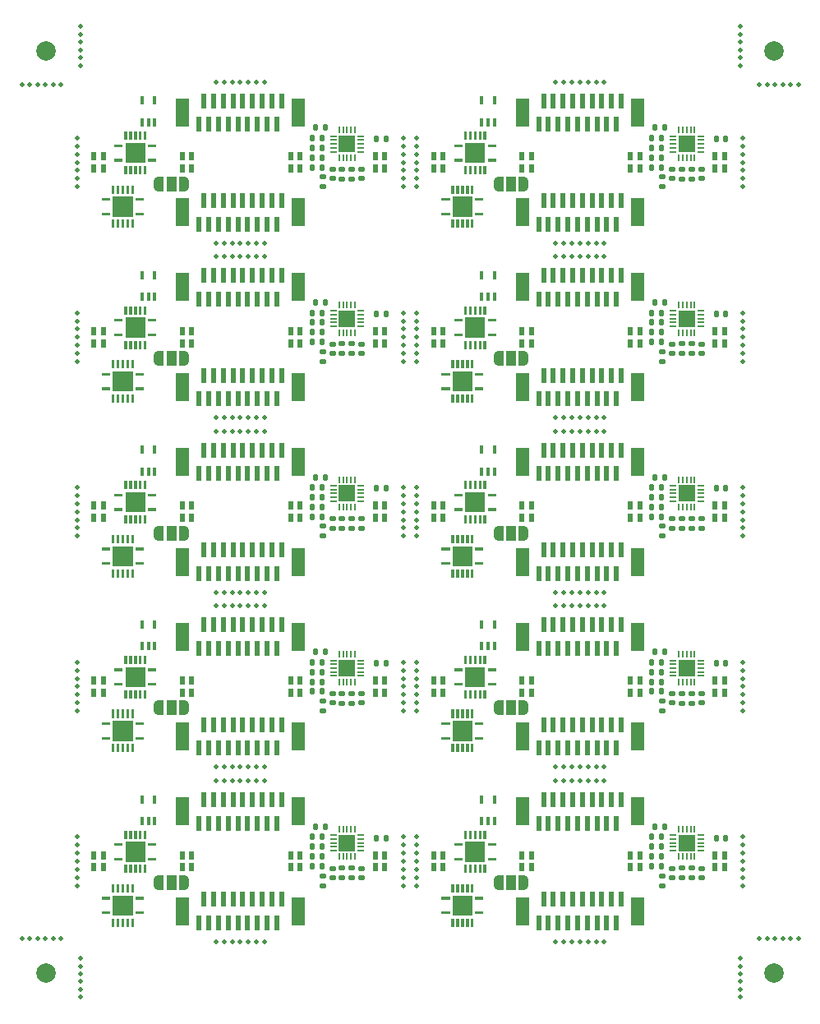
<source format=gbr>
%TF.GenerationSoftware,KiCad,Pcbnew,6.0.8-f2edbf62ab~116~ubuntu22.04.1*%
%TF.CreationDate,2022-10-31T09:01:50+00:00*%
%TF.ProjectId,panel,70616e65-6c2e-46b6-9963-61645f706362,3.0*%
%TF.SameCoordinates,Original*%
%TF.FileFunction,Soldermask,Top*%
%TF.FilePolarity,Negative*%
%FSLAX46Y46*%
G04 Gerber Fmt 4.6, Leading zero omitted, Abs format (unit mm)*
G04 Created by KiCad (PCBNEW 6.0.8-f2edbf62ab~116~ubuntu22.04.1) date 2022-10-31 09:01:50*
%MOMM*%
%LPD*%
G01*
G04 APERTURE LIST*
G04 Aperture macros list*
%AMRoundRect*
0 Rectangle with rounded corners*
0 $1 Rounding radius*
0 $2 $3 $4 $5 $6 $7 $8 $9 X,Y pos of 4 corners*
0 Add a 4 corners polygon primitive as box body*
4,1,4,$2,$3,$4,$5,$6,$7,$8,$9,$2,$3,0*
0 Add four circle primitives for the rounded corners*
1,1,$1+$1,$2,$3*
1,1,$1+$1,$4,$5*
1,1,$1+$1,$6,$7*
1,1,$1+$1,$8,$9*
0 Add four rect primitives between the rounded corners*
20,1,$1+$1,$2,$3,$4,$5,0*
20,1,$1+$1,$4,$5,$6,$7,0*
20,1,$1+$1,$6,$7,$8,$9,0*
20,1,$1+$1,$8,$9,$2,$3,0*%
%AMFreePoly0*
4,1,22,0.550000,-0.750000,0.000000,-0.750000,0.000000,-0.745033,-0.079941,-0.743568,-0.215256,-0.701293,-0.333266,-0.622738,-0.424486,-0.514219,-0.481581,-0.384460,-0.499164,-0.250000,-0.500000,-0.250000,-0.500000,0.250000,-0.499164,0.250000,-0.499963,0.256109,-0.478152,0.396186,-0.417904,0.524511,-0.324060,0.630769,-0.204165,0.706417,-0.067858,0.745374,0.000000,0.744959,0.000000,0.750000,
0.550000,0.750000,0.550000,-0.750000,0.550000,-0.750000,$1*%
%AMFreePoly1*
4,1,20,0.000000,0.744959,0.073905,0.744508,0.209726,0.703889,0.328688,0.626782,0.421226,0.519385,0.479903,0.390333,0.500000,0.250000,0.500000,-0.250000,0.499851,-0.262216,0.476331,-0.402017,0.414519,-0.529596,0.319384,-0.634700,0.198574,-0.708877,0.061801,-0.746166,0.000000,-0.745033,0.000000,-0.750000,-0.550000,-0.750000,-0.550000,0.750000,0.000000,0.750000,0.000000,0.744959,
0.000000,0.744959,$1*%
G04 Aperture macros list end*
%ADD10RoundRect,0.140000X-0.170000X0.140000X-0.170000X-0.140000X0.170000X-0.140000X0.170000X0.140000X0*%
%ADD11R,0.508000X1.600200*%
%ADD12R,1.397000X2.895600*%
%ADD13C,0.500000*%
%ADD14RoundRect,0.135000X0.135000X0.185000X-0.135000X0.185000X-0.135000X-0.185000X0.135000X-0.185000X0*%
%ADD15R,0.508000X0.863600*%
%ADD16RoundRect,0.140000X-0.140000X-0.170000X0.140000X-0.170000X0.140000X0.170000X-0.140000X0.170000X0*%
%ADD17R,0.849884X0.279908*%
%ADD18R,0.279908X0.849884*%
%ADD19RoundRect,0.135000X-0.185000X0.135000X-0.185000X-0.135000X0.185000X-0.135000X0.185000X0.135000X0*%
%ADD20R,0.304800X0.845299*%
%ADD21RoundRect,0.140000X0.170000X-0.140000X0.170000X0.140000X-0.170000X0.140000X-0.170000X-0.140000X0*%
%ADD22FreePoly0,0.000000*%
%ADD23R,1.000000X1.500000*%
%ADD24FreePoly1,0.000000*%
%ADD25C,2.000000*%
%ADD26R,0.757199X0.204000*%
%ADD27R,0.204000X0.757199*%
%ADD28R,1.803400X1.803400*%
G04 APERTURE END LIST*
%TO.C,U2*%
G36*
X45393942Y-48409454D02*
G01*
X44544058Y-48409454D01*
X44544058Y-48129546D01*
X45393942Y-48129546D01*
X45393942Y-48409454D01*
G37*
G36*
X47340000Y-51213444D02*
G01*
X47060093Y-51213444D01*
X47060093Y-50363557D01*
X47340000Y-50363557D01*
X47340000Y-51213444D01*
G37*
G36*
X47339953Y-47675442D02*
G01*
X47060045Y-47675442D01*
X47060045Y-46825558D01*
X47339953Y-46825558D01*
X47339953Y-47675442D01*
G37*
G36*
X46840000Y-51213444D02*
G01*
X46560093Y-51213444D01*
X46560093Y-50363557D01*
X46840000Y-50363557D01*
X46840000Y-51213444D01*
G37*
G36*
X45839953Y-51213444D02*
G01*
X45560046Y-51213444D01*
X45560046Y-50363557D01*
X45839953Y-50363557D01*
X45839953Y-51213444D01*
G37*
G36*
X45393942Y-49909456D02*
G01*
X44544058Y-49909456D01*
X44544058Y-49629548D01*
X45393942Y-49629548D01*
X45393942Y-49909456D01*
G37*
G36*
X45839953Y-47675442D02*
G01*
X45560045Y-47675442D01*
X45560045Y-46825558D01*
X45839953Y-46825558D01*
X45839953Y-47675442D01*
G37*
G36*
X47839955Y-47675442D02*
G01*
X47560047Y-47675442D01*
X47560047Y-46825558D01*
X47839955Y-46825558D01*
X47839955Y-47675442D01*
G37*
G36*
X48855942Y-49909454D02*
G01*
X48006058Y-49909454D01*
X48006058Y-49629546D01*
X48855942Y-49629546D01*
X48855942Y-49909454D01*
G37*
G36*
X48855942Y-48409454D02*
G01*
X48006058Y-48409454D01*
X48006058Y-48129546D01*
X48855942Y-48129546D01*
X48855942Y-48409454D01*
G37*
G36*
X46339955Y-47675442D02*
G01*
X46060047Y-47675442D01*
X46060047Y-46825558D01*
X46339955Y-46825558D01*
X46339955Y-47675442D01*
G37*
G36*
X46340000Y-51213444D02*
G01*
X46060093Y-51213444D01*
X46060093Y-50363557D01*
X46340000Y-50363557D01*
X46340000Y-51213444D01*
G37*
G36*
X47728500Y-47991001D02*
G01*
X47728500Y-50045801D01*
X45670000Y-50045801D01*
X45670000Y-47989501D01*
X47728500Y-47991001D01*
G37*
G36*
X46839954Y-47675442D02*
G01*
X46560046Y-47675442D01*
X46560046Y-46825558D01*
X46839954Y-46825558D01*
X46839954Y-47675442D01*
G37*
G36*
X47840000Y-51213444D02*
G01*
X47560093Y-51213444D01*
X47560093Y-50363557D01*
X47840000Y-50363557D01*
X47840000Y-51213444D01*
G37*
G36*
X11340000Y-15213444D02*
G01*
X11060093Y-15213444D01*
X11060093Y-14363557D01*
X11340000Y-14363557D01*
X11340000Y-15213444D01*
G37*
G36*
X12840000Y-15213444D02*
G01*
X12560093Y-15213444D01*
X12560093Y-14363557D01*
X12840000Y-14363557D01*
X12840000Y-15213444D01*
G37*
G36*
X12839955Y-11675442D02*
G01*
X12560047Y-11675442D01*
X12560047Y-10825558D01*
X12839955Y-10825558D01*
X12839955Y-11675442D01*
G37*
G36*
X12340000Y-15213444D02*
G01*
X12060093Y-15213444D01*
X12060093Y-14363557D01*
X12340000Y-14363557D01*
X12340000Y-15213444D01*
G37*
G36*
X10839953Y-15213444D02*
G01*
X10560046Y-15213444D01*
X10560046Y-14363557D01*
X10839953Y-14363557D01*
X10839953Y-15213444D01*
G37*
G36*
X13855942Y-12409454D02*
G01*
X13006058Y-12409454D01*
X13006058Y-12129546D01*
X13855942Y-12129546D01*
X13855942Y-12409454D01*
G37*
G36*
X10839953Y-11675442D02*
G01*
X10560045Y-11675442D01*
X10560045Y-10825558D01*
X10839953Y-10825558D01*
X10839953Y-11675442D01*
G37*
G36*
X12339953Y-11675442D02*
G01*
X12060045Y-11675442D01*
X12060045Y-10825558D01*
X12339953Y-10825558D01*
X12339953Y-11675442D01*
G37*
G36*
X12728500Y-11991001D02*
G01*
X12728500Y-14045801D01*
X10670000Y-14045801D01*
X10670000Y-11989501D01*
X12728500Y-11991001D01*
G37*
G36*
X10393942Y-13909456D02*
G01*
X9544058Y-13909456D01*
X9544058Y-13629548D01*
X10393942Y-13629548D01*
X10393942Y-13909456D01*
G37*
G36*
X11339955Y-11675442D02*
G01*
X11060047Y-11675442D01*
X11060047Y-10825558D01*
X11339955Y-10825558D01*
X11339955Y-11675442D01*
G37*
G36*
X11839954Y-11675442D02*
G01*
X11560046Y-11675442D01*
X11560046Y-10825558D01*
X11839954Y-10825558D01*
X11839954Y-11675442D01*
G37*
G36*
X11840000Y-15213444D02*
G01*
X11560093Y-15213444D01*
X11560093Y-14363557D01*
X11840000Y-14363557D01*
X11840000Y-15213444D01*
G37*
G36*
X10393942Y-12409454D02*
G01*
X9544058Y-12409454D01*
X9544058Y-12129546D01*
X10393942Y-12129546D01*
X10393942Y-12409454D01*
G37*
G36*
X13855942Y-13909454D02*
G01*
X13006058Y-13909454D01*
X13006058Y-13629546D01*
X13855942Y-13629546D01*
X13855942Y-13909454D01*
G37*
G36*
X12728500Y-65991001D02*
G01*
X12728500Y-68045801D01*
X10670000Y-68045801D01*
X10670000Y-65989501D01*
X12728500Y-65991001D01*
G37*
G36*
X13855942Y-67909454D02*
G01*
X13006058Y-67909454D01*
X13006058Y-67629546D01*
X13855942Y-67629546D01*
X13855942Y-67909454D01*
G37*
G36*
X12840000Y-69213444D02*
G01*
X12560093Y-69213444D01*
X12560093Y-68363557D01*
X12840000Y-68363557D01*
X12840000Y-69213444D01*
G37*
G36*
X12340000Y-69213444D02*
G01*
X12060093Y-69213444D01*
X12060093Y-68363557D01*
X12340000Y-68363557D01*
X12340000Y-69213444D01*
G37*
G36*
X10393942Y-66409454D02*
G01*
X9544058Y-66409454D01*
X9544058Y-66129546D01*
X10393942Y-66129546D01*
X10393942Y-66409454D01*
G37*
G36*
X12839955Y-65675442D02*
G01*
X12560047Y-65675442D01*
X12560047Y-64825558D01*
X12839955Y-64825558D01*
X12839955Y-65675442D01*
G37*
G36*
X11839954Y-65675442D02*
G01*
X11560046Y-65675442D01*
X11560046Y-64825558D01*
X11839954Y-64825558D01*
X11839954Y-65675442D01*
G37*
G36*
X11340000Y-69213444D02*
G01*
X11060093Y-69213444D01*
X11060093Y-68363557D01*
X11340000Y-68363557D01*
X11340000Y-69213444D01*
G37*
G36*
X13855942Y-66409454D02*
G01*
X13006058Y-66409454D01*
X13006058Y-66129546D01*
X13855942Y-66129546D01*
X13855942Y-66409454D01*
G37*
G36*
X11840000Y-69213444D02*
G01*
X11560093Y-69213444D01*
X11560093Y-68363557D01*
X11840000Y-68363557D01*
X11840000Y-69213444D01*
G37*
G36*
X11339955Y-65675442D02*
G01*
X11060047Y-65675442D01*
X11060047Y-64825558D01*
X11339955Y-64825558D01*
X11339955Y-65675442D01*
G37*
G36*
X10839953Y-65675442D02*
G01*
X10560045Y-65675442D01*
X10560045Y-64825558D01*
X10839953Y-64825558D01*
X10839953Y-65675442D01*
G37*
G36*
X10393942Y-67909456D02*
G01*
X9544058Y-67909456D01*
X9544058Y-67629548D01*
X10393942Y-67629548D01*
X10393942Y-67909456D01*
G37*
G36*
X10839953Y-69213444D02*
G01*
X10560046Y-69213444D01*
X10560046Y-68363557D01*
X10839953Y-68363557D01*
X10839953Y-69213444D01*
G37*
G36*
X12339953Y-65675442D02*
G01*
X12060045Y-65675442D01*
X12060045Y-64825558D01*
X12339953Y-64825558D01*
X12339953Y-65675442D01*
G37*
%TO.C,U4*%
G36*
X45539955Y-56762944D02*
G01*
X45260047Y-56762944D01*
X45260047Y-55913060D01*
X45539955Y-55913060D01*
X45539955Y-56762944D01*
G37*
G36*
X44539908Y-53224945D02*
G01*
X44260001Y-53224945D01*
X44260001Y-52375058D01*
X44539908Y-52375058D01*
X44539908Y-53224945D01*
G37*
G36*
X45039908Y-53224945D02*
G01*
X44760001Y-53224945D01*
X44760001Y-52375058D01*
X45039908Y-52375058D01*
X45039908Y-53224945D01*
G37*
G36*
X46539955Y-53224945D02*
G01*
X46260048Y-53224945D01*
X46260048Y-52375058D01*
X46539955Y-52375058D01*
X46539955Y-53224945D01*
G37*
G36*
X46039954Y-56762944D02*
G01*
X45760046Y-56762944D01*
X45760046Y-55913060D01*
X46039954Y-55913060D01*
X46039954Y-56762944D01*
G37*
G36*
X46039908Y-53224945D02*
G01*
X45760001Y-53224945D01*
X45760001Y-52375058D01*
X46039908Y-52375058D01*
X46039908Y-53224945D01*
G37*
G36*
X45039956Y-56762944D02*
G01*
X44760048Y-56762944D01*
X44760048Y-55913060D01*
X45039956Y-55913060D01*
X45039956Y-56762944D01*
G37*
G36*
X44539954Y-56762944D02*
G01*
X44260046Y-56762944D01*
X44260046Y-55913060D01*
X44539954Y-55913060D01*
X44539954Y-56762944D01*
G37*
G36*
X47555943Y-55458956D02*
G01*
X46706059Y-55458956D01*
X46706059Y-55179048D01*
X47555943Y-55179048D01*
X47555943Y-55458956D01*
G37*
G36*
X45539908Y-53224945D02*
G01*
X45260001Y-53224945D01*
X45260001Y-52375058D01*
X45539908Y-52375058D01*
X45539908Y-53224945D01*
G37*
G36*
X44093943Y-53958956D02*
G01*
X43244059Y-53958956D01*
X43244059Y-53679048D01*
X44093943Y-53679048D01*
X44093943Y-53958956D01*
G37*
G36*
X46430001Y-55599001D02*
G01*
X44371501Y-55597501D01*
X44371501Y-53542701D01*
X46430001Y-53542701D01*
X46430001Y-55599001D01*
G37*
G36*
X46539956Y-56762944D02*
G01*
X46260048Y-56762944D01*
X46260048Y-55913060D01*
X46539956Y-55913060D01*
X46539956Y-56762944D01*
G37*
G36*
X44093943Y-55458956D02*
G01*
X43244059Y-55458956D01*
X43244059Y-55179048D01*
X44093943Y-55179048D01*
X44093943Y-55458956D01*
G37*
G36*
X47555943Y-53958954D02*
G01*
X46706059Y-53958954D01*
X46706059Y-53679046D01*
X47555943Y-53679046D01*
X47555943Y-53958954D01*
G37*
%TO.C,U2*%
G36*
X12840000Y-87213444D02*
G01*
X12560093Y-87213444D01*
X12560093Y-86363557D01*
X12840000Y-86363557D01*
X12840000Y-87213444D01*
G37*
G36*
X11839954Y-83675442D02*
G01*
X11560046Y-83675442D01*
X11560046Y-82825558D01*
X11839954Y-82825558D01*
X11839954Y-83675442D01*
G37*
G36*
X10393942Y-85909456D02*
G01*
X9544058Y-85909456D01*
X9544058Y-85629548D01*
X10393942Y-85629548D01*
X10393942Y-85909456D01*
G37*
G36*
X10393942Y-84409454D02*
G01*
X9544058Y-84409454D01*
X9544058Y-84129546D01*
X10393942Y-84129546D01*
X10393942Y-84409454D01*
G37*
G36*
X10839953Y-87213444D02*
G01*
X10560046Y-87213444D01*
X10560046Y-86363557D01*
X10839953Y-86363557D01*
X10839953Y-87213444D01*
G37*
G36*
X12340000Y-87213444D02*
G01*
X12060093Y-87213444D01*
X12060093Y-86363557D01*
X12340000Y-86363557D01*
X12340000Y-87213444D01*
G37*
G36*
X13855942Y-85909454D02*
G01*
X13006058Y-85909454D01*
X13006058Y-85629546D01*
X13855942Y-85629546D01*
X13855942Y-85909454D01*
G37*
G36*
X12339953Y-83675442D02*
G01*
X12060045Y-83675442D01*
X12060045Y-82825558D01*
X12339953Y-82825558D01*
X12339953Y-83675442D01*
G37*
G36*
X13855942Y-84409454D02*
G01*
X13006058Y-84409454D01*
X13006058Y-84129546D01*
X13855942Y-84129546D01*
X13855942Y-84409454D01*
G37*
G36*
X11340000Y-87213444D02*
G01*
X11060093Y-87213444D01*
X11060093Y-86363557D01*
X11340000Y-86363557D01*
X11340000Y-87213444D01*
G37*
G36*
X11840000Y-87213444D02*
G01*
X11560093Y-87213444D01*
X11560093Y-86363557D01*
X11840000Y-86363557D01*
X11840000Y-87213444D01*
G37*
G36*
X12728500Y-83991001D02*
G01*
X12728500Y-86045801D01*
X10670000Y-86045801D01*
X10670000Y-83989501D01*
X12728500Y-83991001D01*
G37*
G36*
X12839955Y-83675442D02*
G01*
X12560047Y-83675442D01*
X12560047Y-82825558D01*
X12839955Y-82825558D01*
X12839955Y-83675442D01*
G37*
G36*
X11339955Y-83675442D02*
G01*
X11060047Y-83675442D01*
X11060047Y-82825558D01*
X11339955Y-82825558D01*
X11339955Y-83675442D01*
G37*
G36*
X10839953Y-83675442D02*
G01*
X10560045Y-83675442D01*
X10560045Y-82825558D01*
X10839953Y-82825558D01*
X10839953Y-83675442D01*
G37*
%TO.C,U4*%
G36*
X11039908Y-53224945D02*
G01*
X10760001Y-53224945D01*
X10760001Y-52375058D01*
X11039908Y-52375058D01*
X11039908Y-53224945D01*
G37*
G36*
X10039908Y-53224945D02*
G01*
X9760001Y-53224945D01*
X9760001Y-52375058D01*
X10039908Y-52375058D01*
X10039908Y-53224945D01*
G37*
G36*
X10539908Y-53224945D02*
G01*
X10260001Y-53224945D01*
X10260001Y-52375058D01*
X10539908Y-52375058D01*
X10539908Y-53224945D01*
G37*
G36*
X9093943Y-55458956D02*
G01*
X8244059Y-55458956D01*
X8244059Y-55179048D01*
X9093943Y-55179048D01*
X9093943Y-55458956D01*
G37*
G36*
X11539955Y-53224945D02*
G01*
X11260048Y-53224945D01*
X11260048Y-52375058D01*
X11539955Y-52375058D01*
X11539955Y-53224945D01*
G37*
G36*
X9093943Y-53958956D02*
G01*
X8244059Y-53958956D01*
X8244059Y-53679048D01*
X9093943Y-53679048D01*
X9093943Y-53958956D01*
G37*
G36*
X11430001Y-55599001D02*
G01*
X9371501Y-55597501D01*
X9371501Y-53542701D01*
X11430001Y-53542701D01*
X11430001Y-55599001D01*
G37*
G36*
X12555943Y-55458956D02*
G01*
X11706059Y-55458956D01*
X11706059Y-55179048D01*
X12555943Y-55179048D01*
X12555943Y-55458956D01*
G37*
G36*
X10539955Y-56762944D02*
G01*
X10260047Y-56762944D01*
X10260047Y-55913060D01*
X10539955Y-55913060D01*
X10539955Y-56762944D01*
G37*
G36*
X11539956Y-56762944D02*
G01*
X11260048Y-56762944D01*
X11260048Y-55913060D01*
X11539956Y-55913060D01*
X11539956Y-56762944D01*
G37*
G36*
X9539908Y-53224945D02*
G01*
X9260001Y-53224945D01*
X9260001Y-52375058D01*
X9539908Y-52375058D01*
X9539908Y-53224945D01*
G37*
G36*
X12555943Y-53958954D02*
G01*
X11706059Y-53958954D01*
X11706059Y-53679046D01*
X12555943Y-53679046D01*
X12555943Y-53958954D01*
G37*
G36*
X9539954Y-56762944D02*
G01*
X9260046Y-56762944D01*
X9260046Y-55913060D01*
X9539954Y-55913060D01*
X9539954Y-56762944D01*
G37*
G36*
X10039956Y-56762944D02*
G01*
X9760048Y-56762944D01*
X9760048Y-55913060D01*
X10039956Y-55913060D01*
X10039956Y-56762944D01*
G37*
G36*
X11039954Y-56762944D02*
G01*
X10760046Y-56762944D01*
X10760046Y-55913060D01*
X11039954Y-55913060D01*
X11039954Y-56762944D01*
G37*
%TO.C,U2*%
G36*
X46839954Y-11675442D02*
G01*
X46560046Y-11675442D01*
X46560046Y-10825558D01*
X46839954Y-10825558D01*
X46839954Y-11675442D01*
G37*
G36*
X47839955Y-11675442D02*
G01*
X47560047Y-11675442D01*
X47560047Y-10825558D01*
X47839955Y-10825558D01*
X47839955Y-11675442D01*
G37*
G36*
X45393942Y-12409454D02*
G01*
X44544058Y-12409454D01*
X44544058Y-12129546D01*
X45393942Y-12129546D01*
X45393942Y-12409454D01*
G37*
G36*
X48855942Y-13909454D02*
G01*
X48006058Y-13909454D01*
X48006058Y-13629546D01*
X48855942Y-13629546D01*
X48855942Y-13909454D01*
G37*
G36*
X47840000Y-15213444D02*
G01*
X47560093Y-15213444D01*
X47560093Y-14363557D01*
X47840000Y-14363557D01*
X47840000Y-15213444D01*
G37*
G36*
X46340000Y-15213444D02*
G01*
X46060093Y-15213444D01*
X46060093Y-14363557D01*
X46340000Y-14363557D01*
X46340000Y-15213444D01*
G37*
G36*
X45839953Y-15213444D02*
G01*
X45560046Y-15213444D01*
X45560046Y-14363557D01*
X45839953Y-14363557D01*
X45839953Y-15213444D01*
G37*
G36*
X46339955Y-11675442D02*
G01*
X46060047Y-11675442D01*
X46060047Y-10825558D01*
X46339955Y-10825558D01*
X46339955Y-11675442D01*
G37*
G36*
X45839953Y-11675442D02*
G01*
X45560045Y-11675442D01*
X45560045Y-10825558D01*
X45839953Y-10825558D01*
X45839953Y-11675442D01*
G37*
G36*
X48855942Y-12409454D02*
G01*
X48006058Y-12409454D01*
X48006058Y-12129546D01*
X48855942Y-12129546D01*
X48855942Y-12409454D01*
G37*
G36*
X45393942Y-13909456D02*
G01*
X44544058Y-13909456D01*
X44544058Y-13629548D01*
X45393942Y-13629548D01*
X45393942Y-13909456D01*
G37*
G36*
X47340000Y-15213444D02*
G01*
X47060093Y-15213444D01*
X47060093Y-14363557D01*
X47340000Y-14363557D01*
X47340000Y-15213444D01*
G37*
G36*
X47339953Y-11675442D02*
G01*
X47060045Y-11675442D01*
X47060045Y-10825558D01*
X47339953Y-10825558D01*
X47339953Y-11675442D01*
G37*
G36*
X47728500Y-11991001D02*
G01*
X47728500Y-14045801D01*
X45670000Y-14045801D01*
X45670000Y-11989501D01*
X47728500Y-11991001D01*
G37*
G36*
X46840000Y-15213444D02*
G01*
X46560093Y-15213444D01*
X46560093Y-14363557D01*
X46840000Y-14363557D01*
X46840000Y-15213444D01*
G37*
%TO.C,U4*%
G36*
X46539956Y-92762944D02*
G01*
X46260048Y-92762944D01*
X46260048Y-91913060D01*
X46539956Y-91913060D01*
X46539956Y-92762944D01*
G37*
G36*
X45539955Y-92762944D02*
G01*
X45260047Y-92762944D01*
X45260047Y-91913060D01*
X45539955Y-91913060D01*
X45539955Y-92762944D01*
G37*
G36*
X44093943Y-89958956D02*
G01*
X43244059Y-89958956D01*
X43244059Y-89679048D01*
X44093943Y-89679048D01*
X44093943Y-89958956D01*
G37*
G36*
X45539908Y-89224945D02*
G01*
X45260001Y-89224945D01*
X45260001Y-88375058D01*
X45539908Y-88375058D01*
X45539908Y-89224945D01*
G37*
G36*
X44539954Y-92762944D02*
G01*
X44260046Y-92762944D01*
X44260046Y-91913060D01*
X44539954Y-91913060D01*
X44539954Y-92762944D01*
G37*
G36*
X46039908Y-89224945D02*
G01*
X45760001Y-89224945D01*
X45760001Y-88375058D01*
X46039908Y-88375058D01*
X46039908Y-89224945D01*
G37*
G36*
X47555943Y-91458956D02*
G01*
X46706059Y-91458956D01*
X46706059Y-91179048D01*
X47555943Y-91179048D01*
X47555943Y-91458956D01*
G37*
G36*
X45039956Y-92762944D02*
G01*
X44760048Y-92762944D01*
X44760048Y-91913060D01*
X45039956Y-91913060D01*
X45039956Y-92762944D01*
G37*
G36*
X46430001Y-91599001D02*
G01*
X44371501Y-91597501D01*
X44371501Y-89542701D01*
X46430001Y-89542701D01*
X46430001Y-91599001D01*
G37*
G36*
X47555943Y-89958954D02*
G01*
X46706059Y-89958954D01*
X46706059Y-89679046D01*
X47555943Y-89679046D01*
X47555943Y-89958954D01*
G37*
G36*
X44093943Y-91458956D02*
G01*
X43244059Y-91458956D01*
X43244059Y-91179048D01*
X44093943Y-91179048D01*
X44093943Y-91458956D01*
G37*
G36*
X46539955Y-89224945D02*
G01*
X46260048Y-89224945D01*
X46260048Y-88375058D01*
X46539955Y-88375058D01*
X46539955Y-89224945D01*
G37*
G36*
X45039908Y-89224945D02*
G01*
X44760001Y-89224945D01*
X44760001Y-88375058D01*
X45039908Y-88375058D01*
X45039908Y-89224945D01*
G37*
G36*
X46039954Y-92762944D02*
G01*
X45760046Y-92762944D01*
X45760046Y-91913060D01*
X46039954Y-91913060D01*
X46039954Y-92762944D01*
G37*
G36*
X44539908Y-89224945D02*
G01*
X44260001Y-89224945D01*
X44260001Y-88375058D01*
X44539908Y-88375058D01*
X44539908Y-89224945D01*
G37*
G36*
X11539955Y-89224945D02*
G01*
X11260048Y-89224945D01*
X11260048Y-88375058D01*
X11539955Y-88375058D01*
X11539955Y-89224945D01*
G37*
G36*
X11430001Y-91599001D02*
G01*
X9371501Y-91597501D01*
X9371501Y-89542701D01*
X11430001Y-89542701D01*
X11430001Y-91599001D01*
G37*
G36*
X10539955Y-92762944D02*
G01*
X10260047Y-92762944D01*
X10260047Y-91913060D01*
X10539955Y-91913060D01*
X10539955Y-92762944D01*
G37*
G36*
X11039954Y-92762944D02*
G01*
X10760046Y-92762944D01*
X10760046Y-91913060D01*
X11039954Y-91913060D01*
X11039954Y-92762944D01*
G37*
G36*
X9093943Y-91458956D02*
G01*
X8244059Y-91458956D01*
X8244059Y-91179048D01*
X9093943Y-91179048D01*
X9093943Y-91458956D01*
G37*
G36*
X11539956Y-92762944D02*
G01*
X11260048Y-92762944D01*
X11260048Y-91913060D01*
X11539956Y-91913060D01*
X11539956Y-92762944D01*
G37*
G36*
X9539908Y-89224945D02*
G01*
X9260001Y-89224945D01*
X9260001Y-88375058D01*
X9539908Y-88375058D01*
X9539908Y-89224945D01*
G37*
G36*
X12555943Y-89958954D02*
G01*
X11706059Y-89958954D01*
X11706059Y-89679046D01*
X12555943Y-89679046D01*
X12555943Y-89958954D01*
G37*
G36*
X9539954Y-92762944D02*
G01*
X9260046Y-92762944D01*
X9260046Y-91913060D01*
X9539954Y-91913060D01*
X9539954Y-92762944D01*
G37*
G36*
X10539908Y-89224945D02*
G01*
X10260001Y-89224945D01*
X10260001Y-88375058D01*
X10539908Y-88375058D01*
X10539908Y-89224945D01*
G37*
G36*
X10039908Y-89224945D02*
G01*
X9760001Y-89224945D01*
X9760001Y-88375058D01*
X10039908Y-88375058D01*
X10039908Y-89224945D01*
G37*
G36*
X10039956Y-92762944D02*
G01*
X9760048Y-92762944D01*
X9760048Y-91913060D01*
X10039956Y-91913060D01*
X10039956Y-92762944D01*
G37*
G36*
X9093943Y-89958956D02*
G01*
X8244059Y-89958956D01*
X8244059Y-89679048D01*
X9093943Y-89679048D01*
X9093943Y-89958956D01*
G37*
G36*
X12555943Y-91458956D02*
G01*
X11706059Y-91458956D01*
X11706059Y-91179048D01*
X12555943Y-91179048D01*
X12555943Y-91458956D01*
G37*
G36*
X11039908Y-89224945D02*
G01*
X10760001Y-89224945D01*
X10760001Y-88375058D01*
X11039908Y-88375058D01*
X11039908Y-89224945D01*
G37*
%TO.C,U2*%
G36*
X45839953Y-29675442D02*
G01*
X45560045Y-29675442D01*
X45560045Y-28825558D01*
X45839953Y-28825558D01*
X45839953Y-29675442D01*
G37*
G36*
X46339955Y-29675442D02*
G01*
X46060047Y-29675442D01*
X46060047Y-28825558D01*
X46339955Y-28825558D01*
X46339955Y-29675442D01*
G37*
G36*
X47839955Y-29675442D02*
G01*
X47560047Y-29675442D01*
X47560047Y-28825558D01*
X47839955Y-28825558D01*
X47839955Y-29675442D01*
G37*
G36*
X45393942Y-30409454D02*
G01*
X44544058Y-30409454D01*
X44544058Y-30129546D01*
X45393942Y-30129546D01*
X45393942Y-30409454D01*
G37*
G36*
X48855942Y-31909454D02*
G01*
X48006058Y-31909454D01*
X48006058Y-31629546D01*
X48855942Y-31629546D01*
X48855942Y-31909454D01*
G37*
G36*
X45839953Y-33213444D02*
G01*
X45560046Y-33213444D01*
X45560046Y-32363557D01*
X45839953Y-32363557D01*
X45839953Y-33213444D01*
G37*
G36*
X46340000Y-33213444D02*
G01*
X46060093Y-33213444D01*
X46060093Y-32363557D01*
X46340000Y-32363557D01*
X46340000Y-33213444D01*
G37*
G36*
X48855942Y-30409454D02*
G01*
X48006058Y-30409454D01*
X48006058Y-30129546D01*
X48855942Y-30129546D01*
X48855942Y-30409454D01*
G37*
G36*
X47840000Y-33213444D02*
G01*
X47560093Y-33213444D01*
X47560093Y-32363557D01*
X47840000Y-32363557D01*
X47840000Y-33213444D01*
G37*
G36*
X47340000Y-33213444D02*
G01*
X47060093Y-33213444D01*
X47060093Y-32363557D01*
X47340000Y-32363557D01*
X47340000Y-33213444D01*
G37*
G36*
X47339953Y-29675442D02*
G01*
X47060045Y-29675442D01*
X47060045Y-28825558D01*
X47339953Y-28825558D01*
X47339953Y-29675442D01*
G37*
G36*
X46840000Y-33213444D02*
G01*
X46560093Y-33213444D01*
X46560093Y-32363557D01*
X46840000Y-32363557D01*
X46840000Y-33213444D01*
G37*
G36*
X46839954Y-29675442D02*
G01*
X46560046Y-29675442D01*
X46560046Y-28825558D01*
X46839954Y-28825558D01*
X46839954Y-29675442D01*
G37*
G36*
X47728500Y-29991001D02*
G01*
X47728500Y-32045801D01*
X45670000Y-32045801D01*
X45670000Y-29989501D01*
X47728500Y-29991001D01*
G37*
G36*
X45393942Y-31909456D02*
G01*
X44544058Y-31909456D01*
X44544058Y-31629548D01*
X45393942Y-31629548D01*
X45393942Y-31909456D01*
G37*
%TO.C,U4*%
G36*
X10539908Y-17224945D02*
G01*
X10260001Y-17224945D01*
X10260001Y-16375058D01*
X10539908Y-16375058D01*
X10539908Y-17224945D01*
G37*
G36*
X10539955Y-20762944D02*
G01*
X10260047Y-20762944D01*
X10260047Y-19913060D01*
X10539955Y-19913060D01*
X10539955Y-20762944D01*
G37*
G36*
X9093943Y-17958956D02*
G01*
X8244059Y-17958956D01*
X8244059Y-17679048D01*
X9093943Y-17679048D01*
X9093943Y-17958956D01*
G37*
G36*
X11039954Y-20762944D02*
G01*
X10760046Y-20762944D01*
X10760046Y-19913060D01*
X11039954Y-19913060D01*
X11039954Y-20762944D01*
G37*
G36*
X9539954Y-20762944D02*
G01*
X9260046Y-20762944D01*
X9260046Y-19913060D01*
X9539954Y-19913060D01*
X9539954Y-20762944D01*
G37*
G36*
X10039956Y-20762944D02*
G01*
X9760048Y-20762944D01*
X9760048Y-19913060D01*
X10039956Y-19913060D01*
X10039956Y-20762944D01*
G37*
G36*
X12555943Y-19458956D02*
G01*
X11706059Y-19458956D01*
X11706059Y-19179048D01*
X12555943Y-19179048D01*
X12555943Y-19458956D01*
G37*
G36*
X11539955Y-17224945D02*
G01*
X11260048Y-17224945D01*
X11260048Y-16375058D01*
X11539955Y-16375058D01*
X11539955Y-17224945D01*
G37*
G36*
X11039908Y-17224945D02*
G01*
X10760001Y-17224945D01*
X10760001Y-16375058D01*
X11039908Y-16375058D01*
X11039908Y-17224945D01*
G37*
G36*
X9093943Y-19458956D02*
G01*
X8244059Y-19458956D01*
X8244059Y-19179048D01*
X9093943Y-19179048D01*
X9093943Y-19458956D01*
G37*
G36*
X9539908Y-17224945D02*
G01*
X9260001Y-17224945D01*
X9260001Y-16375058D01*
X9539908Y-16375058D01*
X9539908Y-17224945D01*
G37*
G36*
X10039908Y-17224945D02*
G01*
X9760001Y-17224945D01*
X9760001Y-16375058D01*
X10039908Y-16375058D01*
X10039908Y-17224945D01*
G37*
G36*
X11430001Y-19599001D02*
G01*
X9371501Y-19597501D01*
X9371501Y-17542701D01*
X11430001Y-17542701D01*
X11430001Y-19599001D01*
G37*
G36*
X11539956Y-20762944D02*
G01*
X11260048Y-20762944D01*
X11260048Y-19913060D01*
X11539956Y-19913060D01*
X11539956Y-20762944D01*
G37*
G36*
X12555943Y-17958954D02*
G01*
X11706059Y-17958954D01*
X11706059Y-17679046D01*
X12555943Y-17679046D01*
X12555943Y-17958954D01*
G37*
G36*
X46430001Y-37599001D02*
G01*
X44371501Y-37597501D01*
X44371501Y-35542701D01*
X46430001Y-35542701D01*
X46430001Y-37599001D01*
G37*
G36*
X45539908Y-35224945D02*
G01*
X45260001Y-35224945D01*
X45260001Y-34375058D01*
X45539908Y-34375058D01*
X45539908Y-35224945D01*
G37*
G36*
X46039954Y-38762944D02*
G01*
X45760046Y-38762944D01*
X45760046Y-37913060D01*
X46039954Y-37913060D01*
X46039954Y-38762944D01*
G37*
G36*
X44539954Y-38762944D02*
G01*
X44260046Y-38762944D01*
X44260046Y-37913060D01*
X44539954Y-37913060D01*
X44539954Y-38762944D01*
G37*
G36*
X45539955Y-38762944D02*
G01*
X45260047Y-38762944D01*
X45260047Y-37913060D01*
X45539955Y-37913060D01*
X45539955Y-38762944D01*
G37*
G36*
X47555943Y-35958954D02*
G01*
X46706059Y-35958954D01*
X46706059Y-35679046D01*
X47555943Y-35679046D01*
X47555943Y-35958954D01*
G37*
G36*
X45039956Y-38762944D02*
G01*
X44760048Y-38762944D01*
X44760048Y-37913060D01*
X45039956Y-37913060D01*
X45039956Y-38762944D01*
G37*
G36*
X44093943Y-37458956D02*
G01*
X43244059Y-37458956D01*
X43244059Y-37179048D01*
X44093943Y-37179048D01*
X44093943Y-37458956D01*
G37*
G36*
X46039908Y-35224945D02*
G01*
X45760001Y-35224945D01*
X45760001Y-34375058D01*
X46039908Y-34375058D01*
X46039908Y-35224945D01*
G37*
G36*
X44539908Y-35224945D02*
G01*
X44260001Y-35224945D01*
X44260001Y-34375058D01*
X44539908Y-34375058D01*
X44539908Y-35224945D01*
G37*
G36*
X44093943Y-35958956D02*
G01*
X43244059Y-35958956D01*
X43244059Y-35679048D01*
X44093943Y-35679048D01*
X44093943Y-35958956D01*
G37*
G36*
X46539955Y-35224945D02*
G01*
X46260048Y-35224945D01*
X46260048Y-34375058D01*
X46539955Y-34375058D01*
X46539955Y-35224945D01*
G37*
G36*
X45039908Y-35224945D02*
G01*
X44760001Y-35224945D01*
X44760001Y-34375058D01*
X45039908Y-34375058D01*
X45039908Y-35224945D01*
G37*
G36*
X46539956Y-38762944D02*
G01*
X46260048Y-38762944D01*
X46260048Y-37913060D01*
X46539956Y-37913060D01*
X46539956Y-38762944D01*
G37*
G36*
X47555943Y-37458956D02*
G01*
X46706059Y-37458956D01*
X46706059Y-37179048D01*
X47555943Y-37179048D01*
X47555943Y-37458956D01*
G37*
G36*
X9539954Y-38762944D02*
G01*
X9260046Y-38762944D01*
X9260046Y-37913060D01*
X9539954Y-37913060D01*
X9539954Y-38762944D01*
G37*
G36*
X10039956Y-38762944D02*
G01*
X9760048Y-38762944D01*
X9760048Y-37913060D01*
X10039956Y-37913060D01*
X10039956Y-38762944D01*
G37*
G36*
X11430001Y-37599001D02*
G01*
X9371501Y-37597501D01*
X9371501Y-35542701D01*
X11430001Y-35542701D01*
X11430001Y-37599001D01*
G37*
G36*
X11539955Y-35224945D02*
G01*
X11260048Y-35224945D01*
X11260048Y-34375058D01*
X11539955Y-34375058D01*
X11539955Y-35224945D01*
G37*
G36*
X10539908Y-35224945D02*
G01*
X10260001Y-35224945D01*
X10260001Y-34375058D01*
X10539908Y-34375058D01*
X10539908Y-35224945D01*
G37*
G36*
X9539908Y-35224945D02*
G01*
X9260001Y-35224945D01*
X9260001Y-34375058D01*
X9539908Y-34375058D01*
X9539908Y-35224945D01*
G37*
G36*
X11039954Y-38762944D02*
G01*
X10760046Y-38762944D01*
X10760046Y-37913060D01*
X11039954Y-37913060D01*
X11039954Y-38762944D01*
G37*
G36*
X12555943Y-37458956D02*
G01*
X11706059Y-37458956D01*
X11706059Y-37179048D01*
X12555943Y-37179048D01*
X12555943Y-37458956D01*
G37*
G36*
X12555943Y-35958954D02*
G01*
X11706059Y-35958954D01*
X11706059Y-35679046D01*
X12555943Y-35679046D01*
X12555943Y-35958954D01*
G37*
G36*
X11539956Y-38762944D02*
G01*
X11260048Y-38762944D01*
X11260048Y-37913060D01*
X11539956Y-37913060D01*
X11539956Y-38762944D01*
G37*
G36*
X10039908Y-35224945D02*
G01*
X9760001Y-35224945D01*
X9760001Y-34375058D01*
X10039908Y-34375058D01*
X10039908Y-35224945D01*
G37*
G36*
X9093943Y-37458956D02*
G01*
X8244059Y-37458956D01*
X8244059Y-37179048D01*
X9093943Y-37179048D01*
X9093943Y-37458956D01*
G37*
G36*
X10539955Y-38762944D02*
G01*
X10260047Y-38762944D01*
X10260047Y-37913060D01*
X10539955Y-37913060D01*
X10539955Y-38762944D01*
G37*
G36*
X11039908Y-35224945D02*
G01*
X10760001Y-35224945D01*
X10760001Y-34375058D01*
X11039908Y-34375058D01*
X11039908Y-35224945D01*
G37*
G36*
X9093943Y-35958956D02*
G01*
X8244059Y-35958956D01*
X8244059Y-35679048D01*
X9093943Y-35679048D01*
X9093943Y-35958956D01*
G37*
%TO.C,U2*%
G36*
X47728500Y-65991001D02*
G01*
X47728500Y-68045801D01*
X45670000Y-68045801D01*
X45670000Y-65989501D01*
X47728500Y-65991001D01*
G37*
G36*
X46840000Y-69213444D02*
G01*
X46560093Y-69213444D01*
X46560093Y-68363557D01*
X46840000Y-68363557D01*
X46840000Y-69213444D01*
G37*
G36*
X48855942Y-67909454D02*
G01*
X48006058Y-67909454D01*
X48006058Y-67629546D01*
X48855942Y-67629546D01*
X48855942Y-67909454D01*
G37*
G36*
X47339953Y-65675442D02*
G01*
X47060045Y-65675442D01*
X47060045Y-64825558D01*
X47339953Y-64825558D01*
X47339953Y-65675442D01*
G37*
G36*
X45393942Y-67909456D02*
G01*
X44544058Y-67909456D01*
X44544058Y-67629548D01*
X45393942Y-67629548D01*
X45393942Y-67909456D01*
G37*
G36*
X47840000Y-69213444D02*
G01*
X47560093Y-69213444D01*
X47560093Y-68363557D01*
X47840000Y-68363557D01*
X47840000Y-69213444D01*
G37*
G36*
X45839953Y-69213444D02*
G01*
X45560046Y-69213444D01*
X45560046Y-68363557D01*
X45839953Y-68363557D01*
X45839953Y-69213444D01*
G37*
G36*
X46340000Y-69213444D02*
G01*
X46060093Y-69213444D01*
X46060093Y-68363557D01*
X46340000Y-68363557D01*
X46340000Y-69213444D01*
G37*
G36*
X48855942Y-66409454D02*
G01*
X48006058Y-66409454D01*
X48006058Y-66129546D01*
X48855942Y-66129546D01*
X48855942Y-66409454D01*
G37*
G36*
X46839954Y-65675442D02*
G01*
X46560046Y-65675442D01*
X46560046Y-64825558D01*
X46839954Y-64825558D01*
X46839954Y-65675442D01*
G37*
G36*
X46339955Y-65675442D02*
G01*
X46060047Y-65675442D01*
X46060047Y-64825558D01*
X46339955Y-64825558D01*
X46339955Y-65675442D01*
G37*
G36*
X45393942Y-66409454D02*
G01*
X44544058Y-66409454D01*
X44544058Y-66129546D01*
X45393942Y-66129546D01*
X45393942Y-66409454D01*
G37*
G36*
X47340000Y-69213444D02*
G01*
X47060093Y-69213444D01*
X47060093Y-68363557D01*
X47340000Y-68363557D01*
X47340000Y-69213444D01*
G37*
G36*
X47839955Y-65675442D02*
G01*
X47560047Y-65675442D01*
X47560047Y-64825558D01*
X47839955Y-64825558D01*
X47839955Y-65675442D01*
G37*
G36*
X45839953Y-65675442D02*
G01*
X45560045Y-65675442D01*
X45560045Y-64825558D01*
X45839953Y-64825558D01*
X45839953Y-65675442D01*
G37*
%TO.C,U4*%
G36*
X11539955Y-71224945D02*
G01*
X11260048Y-71224945D01*
X11260048Y-70375058D01*
X11539955Y-70375058D01*
X11539955Y-71224945D01*
G37*
G36*
X10039908Y-71224945D02*
G01*
X9760001Y-71224945D01*
X9760001Y-70375058D01*
X10039908Y-70375058D01*
X10039908Y-71224945D01*
G37*
G36*
X10539955Y-74762944D02*
G01*
X10260047Y-74762944D01*
X10260047Y-73913060D01*
X10539955Y-73913060D01*
X10539955Y-74762944D01*
G37*
G36*
X9539908Y-71224945D02*
G01*
X9260001Y-71224945D01*
X9260001Y-70375058D01*
X9539908Y-70375058D01*
X9539908Y-71224945D01*
G37*
G36*
X11539956Y-74762944D02*
G01*
X11260048Y-74762944D01*
X11260048Y-73913060D01*
X11539956Y-73913060D01*
X11539956Y-74762944D01*
G37*
G36*
X11039908Y-71224945D02*
G01*
X10760001Y-71224945D01*
X10760001Y-70375058D01*
X11039908Y-70375058D01*
X11039908Y-71224945D01*
G37*
G36*
X9093943Y-73458956D02*
G01*
X8244059Y-73458956D01*
X8244059Y-73179048D01*
X9093943Y-73179048D01*
X9093943Y-73458956D01*
G37*
G36*
X12555943Y-71958954D02*
G01*
X11706059Y-71958954D01*
X11706059Y-71679046D01*
X12555943Y-71679046D01*
X12555943Y-71958954D01*
G37*
G36*
X11430001Y-73599001D02*
G01*
X9371501Y-73597501D01*
X9371501Y-71542701D01*
X11430001Y-71542701D01*
X11430001Y-73599001D01*
G37*
G36*
X9539954Y-74762944D02*
G01*
X9260046Y-74762944D01*
X9260046Y-73913060D01*
X9539954Y-73913060D01*
X9539954Y-74762944D01*
G37*
G36*
X9093943Y-71958956D02*
G01*
X8244059Y-71958956D01*
X8244059Y-71679048D01*
X9093943Y-71679048D01*
X9093943Y-71958956D01*
G37*
G36*
X12555943Y-73458956D02*
G01*
X11706059Y-73458956D01*
X11706059Y-73179048D01*
X12555943Y-73179048D01*
X12555943Y-73458956D01*
G37*
G36*
X10539908Y-71224945D02*
G01*
X10260001Y-71224945D01*
X10260001Y-70375058D01*
X10539908Y-70375058D01*
X10539908Y-71224945D01*
G37*
G36*
X11039954Y-74762944D02*
G01*
X10760046Y-74762944D01*
X10760046Y-73913060D01*
X11039954Y-73913060D01*
X11039954Y-74762944D01*
G37*
G36*
X10039956Y-74762944D02*
G01*
X9760048Y-74762944D01*
X9760048Y-73913060D01*
X10039956Y-73913060D01*
X10039956Y-74762944D01*
G37*
G36*
X46539956Y-20762944D02*
G01*
X46260048Y-20762944D01*
X46260048Y-19913060D01*
X46539956Y-19913060D01*
X46539956Y-20762944D01*
G37*
G36*
X45539908Y-17224945D02*
G01*
X45260001Y-17224945D01*
X45260001Y-16375058D01*
X45539908Y-16375058D01*
X45539908Y-17224945D01*
G37*
G36*
X46039954Y-20762944D02*
G01*
X45760046Y-20762944D01*
X45760046Y-19913060D01*
X46039954Y-19913060D01*
X46039954Y-20762944D01*
G37*
G36*
X46539955Y-17224945D02*
G01*
X46260048Y-17224945D01*
X46260048Y-16375058D01*
X46539955Y-16375058D01*
X46539955Y-17224945D01*
G37*
G36*
X47555943Y-17958954D02*
G01*
X46706059Y-17958954D01*
X46706059Y-17679046D01*
X47555943Y-17679046D01*
X47555943Y-17958954D01*
G37*
G36*
X44539908Y-17224945D02*
G01*
X44260001Y-17224945D01*
X44260001Y-16375058D01*
X44539908Y-16375058D01*
X44539908Y-17224945D01*
G37*
G36*
X47555943Y-19458956D02*
G01*
X46706059Y-19458956D01*
X46706059Y-19179048D01*
X47555943Y-19179048D01*
X47555943Y-19458956D01*
G37*
G36*
X45039956Y-20762944D02*
G01*
X44760048Y-20762944D01*
X44760048Y-19913060D01*
X45039956Y-19913060D01*
X45039956Y-20762944D01*
G37*
G36*
X46039908Y-17224945D02*
G01*
X45760001Y-17224945D01*
X45760001Y-16375058D01*
X46039908Y-16375058D01*
X46039908Y-17224945D01*
G37*
G36*
X44093943Y-19458956D02*
G01*
X43244059Y-19458956D01*
X43244059Y-19179048D01*
X44093943Y-19179048D01*
X44093943Y-19458956D01*
G37*
G36*
X44539954Y-20762944D02*
G01*
X44260046Y-20762944D01*
X44260046Y-19913060D01*
X44539954Y-19913060D01*
X44539954Y-20762944D01*
G37*
G36*
X45039908Y-17224945D02*
G01*
X44760001Y-17224945D01*
X44760001Y-16375058D01*
X45039908Y-16375058D01*
X45039908Y-17224945D01*
G37*
G36*
X44093943Y-17958956D02*
G01*
X43244059Y-17958956D01*
X43244059Y-17679048D01*
X44093943Y-17679048D01*
X44093943Y-17958956D01*
G37*
G36*
X45539955Y-20762944D02*
G01*
X45260047Y-20762944D01*
X45260047Y-19913060D01*
X45539955Y-19913060D01*
X45539955Y-20762944D01*
G37*
G36*
X46430001Y-19599001D02*
G01*
X44371501Y-19597501D01*
X44371501Y-17542701D01*
X46430001Y-17542701D01*
X46430001Y-19599001D01*
G37*
%TO.C,U2*%
G36*
X11839954Y-29675442D02*
G01*
X11560046Y-29675442D01*
X11560046Y-28825558D01*
X11839954Y-28825558D01*
X11839954Y-29675442D01*
G37*
G36*
X10393942Y-31909456D02*
G01*
X9544058Y-31909456D01*
X9544058Y-31629548D01*
X10393942Y-31629548D01*
X10393942Y-31909456D01*
G37*
G36*
X12339953Y-29675442D02*
G01*
X12060045Y-29675442D01*
X12060045Y-28825558D01*
X12339953Y-28825558D01*
X12339953Y-29675442D01*
G37*
G36*
X12840000Y-33213444D02*
G01*
X12560093Y-33213444D01*
X12560093Y-32363557D01*
X12840000Y-32363557D01*
X12840000Y-33213444D01*
G37*
G36*
X12728500Y-29991001D02*
G01*
X12728500Y-32045801D01*
X10670000Y-32045801D01*
X10670000Y-29989501D01*
X12728500Y-29991001D01*
G37*
G36*
X10839953Y-33213444D02*
G01*
X10560046Y-33213444D01*
X10560046Y-32363557D01*
X10839953Y-32363557D01*
X10839953Y-33213444D01*
G37*
G36*
X11339955Y-29675442D02*
G01*
X11060047Y-29675442D01*
X11060047Y-28825558D01*
X11339955Y-28825558D01*
X11339955Y-29675442D01*
G37*
G36*
X13855942Y-30409454D02*
G01*
X13006058Y-30409454D01*
X13006058Y-30129546D01*
X13855942Y-30129546D01*
X13855942Y-30409454D01*
G37*
G36*
X13855942Y-31909454D02*
G01*
X13006058Y-31909454D01*
X13006058Y-31629546D01*
X13855942Y-31629546D01*
X13855942Y-31909454D01*
G37*
G36*
X11340000Y-33213444D02*
G01*
X11060093Y-33213444D01*
X11060093Y-32363557D01*
X11340000Y-32363557D01*
X11340000Y-33213444D01*
G37*
G36*
X10393942Y-30409454D02*
G01*
X9544058Y-30409454D01*
X9544058Y-30129546D01*
X10393942Y-30129546D01*
X10393942Y-30409454D01*
G37*
G36*
X11840000Y-33213444D02*
G01*
X11560093Y-33213444D01*
X11560093Y-32363557D01*
X11840000Y-32363557D01*
X11840000Y-33213444D01*
G37*
G36*
X12340000Y-33213444D02*
G01*
X12060093Y-33213444D01*
X12060093Y-32363557D01*
X12340000Y-32363557D01*
X12340000Y-33213444D01*
G37*
G36*
X10839953Y-29675442D02*
G01*
X10560045Y-29675442D01*
X10560045Y-28825558D01*
X10839953Y-28825558D01*
X10839953Y-29675442D01*
G37*
G36*
X12839955Y-29675442D02*
G01*
X12560047Y-29675442D01*
X12560047Y-28825558D01*
X12839955Y-28825558D01*
X12839955Y-29675442D01*
G37*
%TO.C,U4*%
G36*
X45039908Y-71224945D02*
G01*
X44760001Y-71224945D01*
X44760001Y-70375058D01*
X45039908Y-70375058D01*
X45039908Y-71224945D01*
G37*
G36*
X44093943Y-71958956D02*
G01*
X43244059Y-71958956D01*
X43244059Y-71679048D01*
X44093943Y-71679048D01*
X44093943Y-71958956D01*
G37*
G36*
X46539956Y-74762944D02*
G01*
X46260048Y-74762944D01*
X46260048Y-73913060D01*
X46539956Y-73913060D01*
X46539956Y-74762944D01*
G37*
G36*
X44093943Y-73458956D02*
G01*
X43244059Y-73458956D01*
X43244059Y-73179048D01*
X44093943Y-73179048D01*
X44093943Y-73458956D01*
G37*
G36*
X46430001Y-73599001D02*
G01*
X44371501Y-73597501D01*
X44371501Y-71542701D01*
X46430001Y-71542701D01*
X46430001Y-73599001D01*
G37*
G36*
X46539955Y-71224945D02*
G01*
X46260048Y-71224945D01*
X46260048Y-70375058D01*
X46539955Y-70375058D01*
X46539955Y-71224945D01*
G37*
G36*
X45539955Y-74762944D02*
G01*
X45260047Y-74762944D01*
X45260047Y-73913060D01*
X45539955Y-73913060D01*
X45539955Y-74762944D01*
G37*
G36*
X44539954Y-74762944D02*
G01*
X44260046Y-74762944D01*
X44260046Y-73913060D01*
X44539954Y-73913060D01*
X44539954Y-74762944D01*
G37*
G36*
X44539908Y-71224945D02*
G01*
X44260001Y-71224945D01*
X44260001Y-70375058D01*
X44539908Y-70375058D01*
X44539908Y-71224945D01*
G37*
G36*
X47555943Y-71958954D02*
G01*
X46706059Y-71958954D01*
X46706059Y-71679046D01*
X47555943Y-71679046D01*
X47555943Y-71958954D01*
G37*
G36*
X45039956Y-74762944D02*
G01*
X44760048Y-74762944D01*
X44760048Y-73913060D01*
X45039956Y-73913060D01*
X45039956Y-74762944D01*
G37*
G36*
X46039954Y-74762944D02*
G01*
X45760046Y-74762944D01*
X45760046Y-73913060D01*
X46039954Y-73913060D01*
X46039954Y-74762944D01*
G37*
G36*
X45539908Y-71224945D02*
G01*
X45260001Y-71224945D01*
X45260001Y-70375058D01*
X45539908Y-70375058D01*
X45539908Y-71224945D01*
G37*
G36*
X46039908Y-71224945D02*
G01*
X45760001Y-71224945D01*
X45760001Y-70375058D01*
X46039908Y-70375058D01*
X46039908Y-71224945D01*
G37*
G36*
X47555943Y-73458956D02*
G01*
X46706059Y-73458956D01*
X46706059Y-73179048D01*
X47555943Y-73179048D01*
X47555943Y-73458956D01*
G37*
%TO.C,U2*%
G36*
X12339953Y-47675442D02*
G01*
X12060045Y-47675442D01*
X12060045Y-46825558D01*
X12339953Y-46825558D01*
X12339953Y-47675442D01*
G37*
G36*
X10393942Y-48409454D02*
G01*
X9544058Y-48409454D01*
X9544058Y-48129546D01*
X10393942Y-48129546D01*
X10393942Y-48409454D01*
G37*
G36*
X11840000Y-51213444D02*
G01*
X11560093Y-51213444D01*
X11560093Y-50363557D01*
X11840000Y-50363557D01*
X11840000Y-51213444D01*
G37*
G36*
X10839953Y-47675442D02*
G01*
X10560045Y-47675442D01*
X10560045Y-46825558D01*
X10839953Y-46825558D01*
X10839953Y-47675442D01*
G37*
G36*
X11839954Y-47675442D02*
G01*
X11560046Y-47675442D01*
X11560046Y-46825558D01*
X11839954Y-46825558D01*
X11839954Y-47675442D01*
G37*
G36*
X12839955Y-47675442D02*
G01*
X12560047Y-47675442D01*
X12560047Y-46825558D01*
X12839955Y-46825558D01*
X12839955Y-47675442D01*
G37*
G36*
X10839953Y-51213444D02*
G01*
X10560046Y-51213444D01*
X10560046Y-50363557D01*
X10839953Y-50363557D01*
X10839953Y-51213444D01*
G37*
G36*
X12728500Y-47991001D02*
G01*
X12728500Y-50045801D01*
X10670000Y-50045801D01*
X10670000Y-47989501D01*
X12728500Y-47991001D01*
G37*
G36*
X12340000Y-51213444D02*
G01*
X12060093Y-51213444D01*
X12060093Y-50363557D01*
X12340000Y-50363557D01*
X12340000Y-51213444D01*
G37*
G36*
X10393942Y-49909456D02*
G01*
X9544058Y-49909456D01*
X9544058Y-49629548D01*
X10393942Y-49629548D01*
X10393942Y-49909456D01*
G37*
G36*
X11340000Y-51213444D02*
G01*
X11060093Y-51213444D01*
X11060093Y-50363557D01*
X11340000Y-50363557D01*
X11340000Y-51213444D01*
G37*
G36*
X12840000Y-51213444D02*
G01*
X12560093Y-51213444D01*
X12560093Y-50363557D01*
X12840000Y-50363557D01*
X12840000Y-51213444D01*
G37*
G36*
X13855942Y-48409454D02*
G01*
X13006058Y-48409454D01*
X13006058Y-48129546D01*
X13855942Y-48129546D01*
X13855942Y-48409454D01*
G37*
G36*
X13855942Y-49909454D02*
G01*
X13006058Y-49909454D01*
X13006058Y-49629546D01*
X13855942Y-49629546D01*
X13855942Y-49909454D01*
G37*
G36*
X11339955Y-47675442D02*
G01*
X11060047Y-47675442D01*
X11060047Y-46825558D01*
X11339955Y-46825558D01*
X11339955Y-47675442D01*
G37*
G36*
X45393942Y-84409454D02*
G01*
X44544058Y-84409454D01*
X44544058Y-84129546D01*
X45393942Y-84129546D01*
X45393942Y-84409454D01*
G37*
G36*
X46340000Y-87213444D02*
G01*
X46060093Y-87213444D01*
X46060093Y-86363557D01*
X46340000Y-86363557D01*
X46340000Y-87213444D01*
G37*
G36*
X46839954Y-83675442D02*
G01*
X46560046Y-83675442D01*
X46560046Y-82825558D01*
X46839954Y-82825558D01*
X46839954Y-83675442D01*
G37*
G36*
X47340000Y-87213444D02*
G01*
X47060093Y-87213444D01*
X47060093Y-86363557D01*
X47340000Y-86363557D01*
X47340000Y-87213444D01*
G37*
G36*
X45839953Y-83675442D02*
G01*
X45560045Y-83675442D01*
X45560045Y-82825558D01*
X45839953Y-82825558D01*
X45839953Y-83675442D01*
G37*
G36*
X47840000Y-87213444D02*
G01*
X47560093Y-87213444D01*
X47560093Y-86363557D01*
X47840000Y-86363557D01*
X47840000Y-87213444D01*
G37*
G36*
X47339953Y-83675442D02*
G01*
X47060045Y-83675442D01*
X47060045Y-82825558D01*
X47339953Y-82825558D01*
X47339953Y-83675442D01*
G37*
G36*
X45839953Y-87213444D02*
G01*
X45560046Y-87213444D01*
X45560046Y-86363557D01*
X45839953Y-86363557D01*
X45839953Y-87213444D01*
G37*
G36*
X46339955Y-83675442D02*
G01*
X46060047Y-83675442D01*
X46060047Y-82825558D01*
X46339955Y-82825558D01*
X46339955Y-83675442D01*
G37*
G36*
X47728500Y-83991001D02*
G01*
X47728500Y-86045801D01*
X45670000Y-86045801D01*
X45670000Y-83989501D01*
X47728500Y-83991001D01*
G37*
G36*
X48855942Y-84409454D02*
G01*
X48006058Y-84409454D01*
X48006058Y-84129546D01*
X48855942Y-84129546D01*
X48855942Y-84409454D01*
G37*
G36*
X48855942Y-85909454D02*
G01*
X48006058Y-85909454D01*
X48006058Y-85629546D01*
X48855942Y-85629546D01*
X48855942Y-85909454D01*
G37*
G36*
X46840000Y-87213444D02*
G01*
X46560093Y-87213444D01*
X46560093Y-86363557D01*
X46840000Y-86363557D01*
X46840000Y-87213444D01*
G37*
G36*
X47839955Y-83675442D02*
G01*
X47560047Y-83675442D01*
X47560047Y-82825558D01*
X47839955Y-82825558D01*
X47839955Y-83675442D01*
G37*
G36*
X45393942Y-85909456D02*
G01*
X44544058Y-85909456D01*
X44544058Y-85629548D01*
X45393942Y-85629548D01*
X45393942Y-85909456D01*
G37*
%TD*%
D10*
%TO.C,C1*%
X35000000Y-68720000D03*
X35000000Y-69680000D03*
%TD*%
D11*
%TO.C,J1*%
X18250001Y-56343000D03*
X18750000Y-53930000D03*
X19249999Y-56343000D03*
X19750001Y-53930000D03*
X20250000Y-56343000D03*
X20750001Y-53930000D03*
X21250000Y-56343000D03*
X21749999Y-53930000D03*
X22250001Y-56343000D03*
X22750000Y-53930000D03*
X23249999Y-56343000D03*
X23750000Y-53930000D03*
X24249999Y-56343000D03*
X24750001Y-53930000D03*
X25250000Y-56343000D03*
X25749999Y-53930000D03*
X26250000Y-56343000D03*
X26749999Y-53930000D03*
D12*
X16556400Y-55149200D03*
X28443600Y-55149200D03*
%TD*%
D13*
%TO.C,REF\u002A\u002A*%
X54999957Y-59702268D03*
%TD*%
D14*
%TO.C,R4*%
X30910000Y-66500000D03*
X29890000Y-66500000D03*
%TD*%
D13*
%TO.C,REF\u002A\u002A*%
X23333290Y-23701796D03*
%TD*%
%TO.C,REF\u002A\u002A*%
X74297471Y-66333219D03*
%TD*%
%TO.C,REF\u002A\u002A*%
X20833291Y-5702151D03*
%TD*%
D15*
%TO.C,D4*%
X36425000Y-32623001D03*
X37375000Y-32623001D03*
X37375000Y-31376999D03*
X36425000Y-31376999D03*
%TD*%
D16*
%TO.C,C3*%
X71550000Y-83590000D03*
X72510000Y-83590000D03*
%TD*%
D15*
%TO.C,D3*%
X62715000Y-32623001D03*
X63665000Y-32623001D03*
X63665000Y-31376999D03*
X62715000Y-31376999D03*
%TD*%
D14*
%TO.C,R2*%
X65910000Y-86500000D03*
X64890000Y-86500000D03*
%TD*%
D13*
%TO.C,REF\u002A\u002A*%
X39297471Y-12333220D03*
%TD*%
%TO.C,REF\u002A\u002A*%
X59999957Y-5701560D03*
%TD*%
%TO.C,REF\u002A\u002A*%
X20833376Y-40298321D03*
%TD*%
%TO.C,REF\u002A\u002A*%
X39298735Y-69666552D03*
%TD*%
D15*
%TO.C,D2*%
X51525000Y-68623001D03*
X52475000Y-68623001D03*
X52475000Y-67376999D03*
X51525000Y-67376999D03*
%TD*%
D13*
%TO.C,REF\u002A\u002A*%
X21666710Y-76298203D03*
%TD*%
D17*
%TO.C,U2*%
X44969000Y-49769502D03*
D18*
X45699999Y-50788502D03*
X46200001Y-50788502D03*
X46700000Y-50788502D03*
X47199999Y-50788502D03*
X47700001Y-50788502D03*
D17*
X48431000Y-49769502D03*
X48431000Y-48269500D03*
D18*
X47700001Y-47250500D03*
X47199999Y-47250500D03*
X46700000Y-47250500D03*
X46200001Y-47250500D03*
X45699999Y-47250500D03*
D17*
X44969000Y-48269500D03*
%TD*%
D13*
%TO.C,REF\u002A\u002A*%
X24999957Y-41701559D03*
%TD*%
D17*
%TO.C,U2*%
X9969000Y-13769502D03*
D18*
X10699999Y-14788502D03*
X11200001Y-14788502D03*
X11700000Y-14788502D03*
X12199999Y-14788502D03*
X12700001Y-14788502D03*
D17*
X13431000Y-13769502D03*
X13431000Y-12269500D03*
D18*
X12700001Y-11250500D03*
X12199999Y-11250500D03*
X11700000Y-11250500D03*
X11200001Y-11250500D03*
X10699999Y-11250500D03*
D17*
X9969000Y-12269500D03*
%TD*%
D13*
%TO.C,REF\u002A\u002A*%
X58333375Y-40297967D03*
%TD*%
%TO.C,REF\u002A\u002A*%
X74297471Y-12333220D03*
%TD*%
D14*
%TO.C,R3*%
X65910000Y-67500000D03*
X64890000Y-67500000D03*
%TD*%
D19*
%TO.C,R8*%
X68000000Y-68690000D03*
X68000000Y-69710000D03*
%TD*%
D14*
%TO.C,R4*%
X65910000Y-66500000D03*
X64890000Y-66500000D03*
%TD*%
D17*
%TO.C,U2*%
X9969000Y-67769502D03*
D18*
X10699999Y-68788502D03*
X11200001Y-68788502D03*
X11700000Y-68788502D03*
X12199999Y-68788502D03*
X12700001Y-68788502D03*
D17*
X13431000Y-67769502D03*
X13431000Y-66269500D03*
D18*
X12700001Y-65250500D03*
X12199999Y-65250500D03*
X11700000Y-65250500D03*
X11200001Y-65250500D03*
X10699999Y-65250500D03*
D17*
X9969000Y-66269500D03*
%TD*%
D13*
%TO.C,REF\u002A\u002A*%
X20833291Y-59702150D03*
%TD*%
D15*
%TO.C,D2*%
X51525000Y-32623001D03*
X52475000Y-32623001D03*
X52475000Y-31376999D03*
X51525000Y-31376999D03*
%TD*%
D13*
%TO.C,REF\u002A\u002A*%
X6000000Y-1600000D03*
%TD*%
%TO.C,REF\u002A\u002A*%
X58333375Y-22297967D03*
%TD*%
D20*
%TO.C,U5*%
X12390001Y-45851151D03*
X13040000Y-45851151D03*
X13689999Y-45851151D03*
X13689999Y-43608849D03*
X12390001Y-43608849D03*
%TD*%
D14*
%TO.C,R5*%
X30910000Y-83500000D03*
X29890000Y-83500000D03*
%TD*%
D19*
%TO.C,R7*%
X69000000Y-68690000D03*
X69000000Y-69710000D03*
%TD*%
%TO.C,R7*%
X34000000Y-86690000D03*
X34000000Y-87710000D03*
%TD*%
D13*
%TO.C,REF\u002A\u002A*%
X57500042Y-40298085D03*
%TD*%
%TO.C,REF\u002A\u002A*%
X23333375Y-94297967D03*
%TD*%
D14*
%TO.C,R2*%
X65910000Y-32500000D03*
X64890000Y-32500000D03*
%TD*%
D17*
%TO.C,U4*%
X47131001Y-53819000D03*
D18*
X46400002Y-52800000D03*
X45900000Y-52800000D03*
X45400001Y-52800000D03*
X44900002Y-52800000D03*
X44400000Y-52800000D03*
D17*
X43669001Y-53819000D03*
X43669001Y-55319002D03*
D18*
X44400000Y-56338002D03*
X44900002Y-56338002D03*
X45400001Y-56338002D03*
X45900000Y-56338002D03*
X46400002Y-56338002D03*
D17*
X47131001Y-55319002D03*
%TD*%
D15*
%TO.C,D1*%
X42425000Y-68623001D03*
X43375000Y-68623001D03*
X43375000Y-67376999D03*
X42425000Y-67376999D03*
%TD*%
D21*
%TO.C,C2*%
X32000000Y-69680000D03*
X32000000Y-68720000D03*
%TD*%
D16*
%TO.C,C3*%
X71550000Y-65590000D03*
X72510000Y-65590000D03*
%TD*%
D13*
%TO.C,REF\u002A\u002A*%
X6000000Y-2400000D03*
%TD*%
%TO.C,REF\u002A\u002A*%
X24999957Y-23701559D03*
%TD*%
%TO.C,REF\u002A\u002A*%
X22499958Y-77701914D03*
%TD*%
%TO.C,REF\u002A\u002A*%
X56666709Y-58298203D03*
%TD*%
%TO.C,REF\u002A\u002A*%
X24166624Y-5701679D03*
%TD*%
%TO.C,REF\u002A\u002A*%
X20833376Y-22298321D03*
%TD*%
D14*
%TO.C,R4*%
X65910000Y-84500000D03*
X64890000Y-84500000D03*
%TD*%
D13*
%TO.C,REF\u002A\u002A*%
X39298419Y-68833219D03*
%TD*%
%TO.C,REF\u002A\u002A*%
X5701897Y-32000113D03*
%TD*%
D15*
%TO.C,D3*%
X27715000Y-68623001D03*
X28665000Y-68623001D03*
X28665000Y-67376999D03*
X27715000Y-67376999D03*
%TD*%
D13*
%TO.C,REF\u002A\u002A*%
X20833291Y-77702150D03*
%TD*%
%TO.C,REF\u002A\u002A*%
X79200000Y-94000000D03*
%TD*%
%TO.C,REF\u002A\u002A*%
X5702845Y-70500113D03*
%TD*%
%TO.C,REF\u002A\u002A*%
X23333290Y-77701796D03*
%TD*%
%TO.C,REF\u002A\u002A*%
X58333290Y-59701796D03*
%TD*%
D14*
%TO.C,R5*%
X65910000Y-83500000D03*
X64890000Y-83500000D03*
%TD*%
D13*
%TO.C,REF\u002A\u002A*%
X4000000Y-94000000D03*
%TD*%
D16*
%TO.C,C3*%
X36550000Y-29590000D03*
X37510000Y-29590000D03*
%TD*%
D13*
%TO.C,REF\u002A\u002A*%
X74297155Y-11499887D03*
%TD*%
%TO.C,REF\u002A\u002A*%
X20833376Y-58298321D03*
%TD*%
%TO.C,REF\u002A\u002A*%
X74000000Y-1600000D03*
%TD*%
%TO.C,REF\u002A\u002A*%
X2400000Y-94000000D03*
%TD*%
%TO.C,REF\u002A\u002A*%
X20833376Y-76298321D03*
%TD*%
D15*
%TO.C,D4*%
X36425000Y-86623001D03*
X37375000Y-86623001D03*
X37375000Y-85376999D03*
X36425000Y-85376999D03*
%TD*%
D13*
%TO.C,REF\u002A\u002A*%
X56666624Y-23702032D03*
%TD*%
%TO.C,REF\u002A\u002A*%
X39297787Y-13166553D03*
%TD*%
D14*
%TO.C,R2*%
X30910000Y-50500000D03*
X29890000Y-50500000D03*
%TD*%
D19*
%TO.C,R8*%
X68000000Y-14690000D03*
X68000000Y-15710000D03*
%TD*%
D20*
%TO.C,U5*%
X12390001Y-27851151D03*
X13040000Y-27851151D03*
X13689999Y-27851151D03*
X13689999Y-25608849D03*
X12390001Y-25608849D03*
%TD*%
D22*
%TO.C,JP1*%
X14110000Y-70200000D03*
D23*
X15410000Y-70200000D03*
D24*
X16710000Y-70200000D03*
%TD*%
D15*
%TO.C,D1*%
X7425000Y-50623001D03*
X8375000Y-50623001D03*
X8375000Y-49376999D03*
X7425000Y-49376999D03*
%TD*%
D25*
%TO.C,REF\u002A\u002A*%
X77500000Y-97500000D03*
%TD*%
D15*
%TO.C,D1*%
X7425000Y-14623001D03*
X8375000Y-14623001D03*
X8375000Y-13376999D03*
X7425000Y-13376999D03*
%TD*%
D14*
%TO.C,R2*%
X65910000Y-14500000D03*
X64890000Y-14500000D03*
%TD*%
%TO.C,R4*%
X30910000Y-12500000D03*
X29890000Y-12500000D03*
%TD*%
D11*
%TO.C,J2*%
X61749999Y-25657000D03*
X61250000Y-28070000D03*
X60750001Y-25657000D03*
X60249999Y-28070000D03*
X59750000Y-25657000D03*
X59249999Y-28070000D03*
X58750000Y-25657000D03*
X58250001Y-28070000D03*
X57749999Y-25657000D03*
X57250000Y-28070000D03*
X56750001Y-25657000D03*
X56250000Y-28070000D03*
X55750001Y-25657000D03*
X55249999Y-28070000D03*
X54750000Y-25657000D03*
X54250001Y-28070000D03*
X53750000Y-25657000D03*
X53250001Y-28070000D03*
D12*
X63443600Y-26850800D03*
X51556400Y-26850800D03*
%TD*%
D19*
%TO.C,R1*%
X66000000Y-87490000D03*
X66000000Y-88510000D03*
%TD*%
D13*
%TO.C,REF\u002A\u002A*%
X54999957Y-23702268D03*
%TD*%
%TO.C,REF\u002A\u002A*%
X76000000Y-6000000D03*
%TD*%
D11*
%TO.C,J1*%
X18250001Y-74343000D03*
X18750000Y-71930000D03*
X19249999Y-74343000D03*
X19750001Y-71930000D03*
X20250000Y-74343000D03*
X20750001Y-71930000D03*
X21250000Y-74343000D03*
X21749999Y-71930000D03*
X22250001Y-74343000D03*
X22750000Y-71930000D03*
X23249999Y-74343000D03*
X23750000Y-71930000D03*
X24249999Y-74343000D03*
X24750001Y-71930000D03*
X25250000Y-74343000D03*
X25749999Y-71930000D03*
X26250000Y-74343000D03*
X26749999Y-71930000D03*
D12*
X16556400Y-73149200D03*
X28443600Y-73149200D03*
%TD*%
D13*
%TO.C,REF\u002A\u002A*%
X54999957Y-41702268D03*
%TD*%
D10*
%TO.C,C1*%
X70000000Y-68720000D03*
X70000000Y-69680000D03*
%TD*%
D17*
%TO.C,U2*%
X9969000Y-85769502D03*
D18*
X10699999Y-86788502D03*
X11200001Y-86788502D03*
X11700000Y-86788502D03*
X12199999Y-86788502D03*
X12700001Y-86788502D03*
D17*
X13431000Y-85769502D03*
X13431000Y-84269500D03*
D18*
X12700001Y-83250500D03*
X12199999Y-83250500D03*
X11700000Y-83250500D03*
X11200001Y-83250500D03*
X10699999Y-83250500D03*
D17*
X9969000Y-84269500D03*
%TD*%
D13*
%TO.C,REF\u002A\u002A*%
X40701580Y-31166780D03*
%TD*%
%TO.C,REF\u002A\u002A*%
X39297155Y-47499886D03*
%TD*%
D26*
%TO.C,U1*%
X69920000Y-48900001D03*
X69920000Y-48499999D03*
X69920000Y-48100000D03*
X69920000Y-47700001D03*
X69920000Y-47299999D03*
D27*
X69300001Y-46680000D03*
X68899999Y-46680000D03*
X68500000Y-46680000D03*
X68100001Y-46680000D03*
X67699999Y-46680000D03*
D26*
X67080000Y-47299999D03*
X67080000Y-47700001D03*
X67080000Y-48100000D03*
X67080000Y-48499999D03*
X67080000Y-48900001D03*
D27*
X67699999Y-49520000D03*
X68100001Y-49520000D03*
X68500000Y-49520000D03*
X68899999Y-49520000D03*
X69300001Y-49520000D03*
D28*
X68500000Y-48100000D03*
%TD*%
D15*
%TO.C,D1*%
X7425000Y-68623001D03*
X8375000Y-68623001D03*
X8375000Y-67376999D03*
X7425000Y-67376999D03*
%TD*%
D13*
%TO.C,REF\u002A\u002A*%
X39297471Y-84333219D03*
%TD*%
%TO.C,REF\u002A\u002A*%
X6000000Y-97600000D03*
%TD*%
%TO.C,REF\u002A\u002A*%
X5702845Y-88500113D03*
%TD*%
%TO.C,REF\u002A\u002A*%
X40701264Y-66333447D03*
%TD*%
%TO.C,REF\u002A\u002A*%
X40702528Y-69666780D03*
%TD*%
%TO.C,REF\u002A\u002A*%
X58333375Y-58297967D03*
%TD*%
%TO.C,REF\u002A\u002A*%
X21666710Y-22298203D03*
%TD*%
D15*
%TO.C,D4*%
X36425000Y-50623001D03*
X37375000Y-50623001D03*
X37375000Y-49376999D03*
X36425000Y-49376999D03*
%TD*%
D13*
%TO.C,REF\u002A\u002A*%
X74000000Y-97600000D03*
%TD*%
%TO.C,REF\u002A\u002A*%
X5701581Y-49166780D03*
%TD*%
%TO.C,REF\u002A\u002A*%
X0Y-6000000D03*
%TD*%
%TO.C,REF\u002A\u002A*%
X20833291Y-41702150D03*
%TD*%
%TO.C,REF\u002A\u002A*%
X39298735Y-87666552D03*
%TD*%
%TO.C,REF\u002A\u002A*%
X74000000Y-800000D03*
%TD*%
D15*
%TO.C,D2*%
X16525000Y-50623001D03*
X17475000Y-50623001D03*
X17475000Y-49376999D03*
X16525000Y-49376999D03*
%TD*%
D14*
%TO.C,R4*%
X30910000Y-30500000D03*
X29890000Y-30500000D03*
%TD*%
D13*
%TO.C,REF\u002A\u002A*%
X22499958Y-41701914D03*
%TD*%
D16*
%TO.C,C3*%
X36550000Y-83590000D03*
X37510000Y-83590000D03*
%TD*%
D11*
%TO.C,J1*%
X53250001Y-92343000D03*
X53750000Y-89930000D03*
X54249999Y-92343000D03*
X54750001Y-89930000D03*
X55250000Y-92343000D03*
X55750001Y-89930000D03*
X56250000Y-92343000D03*
X56749999Y-89930000D03*
X57250001Y-92343000D03*
X57750000Y-89930000D03*
X58249999Y-92343000D03*
X58750000Y-89930000D03*
X59249999Y-92343000D03*
X59750001Y-89930000D03*
X60250000Y-92343000D03*
X60749999Y-89930000D03*
X61250000Y-92343000D03*
X61749999Y-89930000D03*
D12*
X51556400Y-91149200D03*
X63443600Y-91149200D03*
%TD*%
D13*
%TO.C,REF\u002A\u002A*%
X55833375Y-58298321D03*
%TD*%
D14*
%TO.C,R3*%
X65910000Y-85500000D03*
X64890000Y-85500000D03*
%TD*%
D16*
%TO.C,C3*%
X71550000Y-29590000D03*
X72510000Y-29590000D03*
%TD*%
D13*
%TO.C,REF\u002A\u002A*%
X23333290Y-5701797D03*
%TD*%
D15*
%TO.C,D4*%
X36425000Y-68623001D03*
X37375000Y-68623001D03*
X37375000Y-67376999D03*
X36425000Y-67376999D03*
%TD*%
D14*
%TO.C,R2*%
X30910000Y-86500000D03*
X29890000Y-86500000D03*
%TD*%
D13*
%TO.C,REF\u002A\u002A*%
X0Y-94000000D03*
%TD*%
%TO.C,REF\u002A\u002A*%
X39299051Y-70499886D03*
%TD*%
%TO.C,REF\u002A\u002A*%
X74297787Y-13166553D03*
%TD*%
%TO.C,REF\u002A\u002A*%
X5702213Y-32833447D03*
%TD*%
%TO.C,REF\u002A\u002A*%
X5702845Y-34500113D03*
%TD*%
%TO.C,REF\u002A\u002A*%
X20000043Y-58298440D03*
%TD*%
%TO.C,REF\u002A\u002A*%
X59999957Y-77701559D03*
%TD*%
%TO.C,REF\u002A\u002A*%
X74299051Y-52499886D03*
%TD*%
%TO.C,REF\u002A\u002A*%
X40702212Y-32833447D03*
%TD*%
D11*
%TO.C,J2*%
X61749999Y-43657000D03*
X61250000Y-46070000D03*
X60750001Y-43657000D03*
X60249999Y-46070000D03*
X59750000Y-43657000D03*
X59249999Y-46070000D03*
X58750000Y-43657000D03*
X58250001Y-46070000D03*
X57749999Y-43657000D03*
X57250000Y-46070000D03*
X56750001Y-43657000D03*
X56250000Y-46070000D03*
X55750001Y-43657000D03*
X55249999Y-46070000D03*
X54750000Y-43657000D03*
X54250001Y-46070000D03*
X53750000Y-43657000D03*
X53250001Y-46070000D03*
D12*
X63443600Y-44850800D03*
X51556400Y-44850800D03*
%TD*%
D13*
%TO.C,REF\u002A\u002A*%
X56666624Y-59702032D03*
%TD*%
D14*
%TO.C,R2*%
X30910000Y-32500000D03*
X29890000Y-32500000D03*
%TD*%
D13*
%TO.C,REF\u002A\u002A*%
X40702844Y-88500113D03*
%TD*%
D21*
%TO.C,C2*%
X32000000Y-87680000D03*
X32000000Y-86720000D03*
%TD*%
D13*
%TO.C,REF\u002A\u002A*%
X5700949Y-11500114D03*
%TD*%
%TO.C,REF\u002A\u002A*%
X40701264Y-48333447D03*
%TD*%
%TO.C,REF\u002A\u002A*%
X57499957Y-23701914D03*
%TD*%
%TO.C,REF\u002A\u002A*%
X59166709Y-76297849D03*
%TD*%
D10*
%TO.C,C1*%
X70000000Y-86720000D03*
X70000000Y-87680000D03*
%TD*%
D13*
%TO.C,REF\u002A\u002A*%
X21666625Y-41702032D03*
%TD*%
%TO.C,REF\u002A\u002A*%
X57500042Y-76298085D03*
%TD*%
%TO.C,REF\u002A\u002A*%
X39297787Y-31166552D03*
%TD*%
D26*
%TO.C,U1*%
X69920000Y-12900001D03*
X69920000Y-12499999D03*
X69920000Y-12100000D03*
X69920000Y-11700001D03*
X69920000Y-11299999D03*
D27*
X69300001Y-10680000D03*
X68899999Y-10680000D03*
X68500000Y-10680000D03*
X68100001Y-10680000D03*
X67699999Y-10680000D03*
D26*
X67080000Y-11299999D03*
X67080000Y-11700001D03*
X67080000Y-12100000D03*
X67080000Y-12499999D03*
X67080000Y-12900001D03*
D27*
X67699999Y-13520000D03*
X68100001Y-13520000D03*
X68500000Y-13520000D03*
X68899999Y-13520000D03*
X69300001Y-13520000D03*
D28*
X68500000Y-12100000D03*
%TD*%
D13*
%TO.C,REF\u002A\u002A*%
X5702213Y-68833447D03*
%TD*%
D11*
%TO.C,J2*%
X26749999Y-43657000D03*
X26250000Y-46070000D03*
X25750001Y-43657000D03*
X25249999Y-46070000D03*
X24750000Y-43657000D03*
X24249999Y-46070000D03*
X23750000Y-43657000D03*
X23250001Y-46070000D03*
X22749999Y-43657000D03*
X22250000Y-46070000D03*
X21750001Y-43657000D03*
X21250000Y-46070000D03*
X20750001Y-43657000D03*
X20249999Y-46070000D03*
X19750000Y-43657000D03*
X19250001Y-46070000D03*
X18750000Y-43657000D03*
X18250001Y-46070000D03*
D12*
X28443600Y-44850800D03*
X16556400Y-44850800D03*
%TD*%
D13*
%TO.C,REF\u002A\u002A*%
X60000042Y-94297731D03*
%TD*%
D10*
%TO.C,C1*%
X35000000Y-50720000D03*
X35000000Y-51680000D03*
%TD*%
D15*
%TO.C,D4*%
X71425000Y-68623001D03*
X72375000Y-68623001D03*
X72375000Y-67376999D03*
X71425000Y-67376999D03*
%TD*%
%TO.C,D4*%
X71425000Y-32623001D03*
X72375000Y-32623001D03*
X72375000Y-31376999D03*
X71425000Y-31376999D03*
%TD*%
D13*
%TO.C,REF\u002A\u002A*%
X40700948Y-11500114D03*
%TD*%
%TO.C,REF\u002A\u002A*%
X54999957Y-5702269D03*
%TD*%
%TO.C,REF\u002A\u002A*%
X5701897Y-68000113D03*
%TD*%
%TO.C,REF\u002A\u002A*%
X5701581Y-67166780D03*
%TD*%
%TO.C,REF\u002A\u002A*%
X24166709Y-22297849D03*
%TD*%
%TO.C,REF\u002A\u002A*%
X21666710Y-58298203D03*
%TD*%
D22*
%TO.C,JP1*%
X49110000Y-52200000D03*
D23*
X50410000Y-52200000D03*
D24*
X51710000Y-52200000D03*
%TD*%
D11*
%TO.C,J2*%
X26749999Y-79657000D03*
X26250000Y-82070000D03*
X25750001Y-79657000D03*
X25249999Y-82070000D03*
X24750000Y-79657000D03*
X24249999Y-82070000D03*
X23750000Y-79657000D03*
X23250001Y-82070000D03*
X22749999Y-79657000D03*
X22250000Y-82070000D03*
X21750001Y-79657000D03*
X21250000Y-82070000D03*
X20750001Y-79657000D03*
X20249999Y-82070000D03*
X19750000Y-79657000D03*
X19250001Y-82070000D03*
X18750000Y-79657000D03*
X18250001Y-82070000D03*
D12*
X28443600Y-80850800D03*
X16556400Y-80850800D03*
%TD*%
D11*
%TO.C,J2*%
X61749999Y-7657000D03*
X61250000Y-10070000D03*
X60750001Y-7657000D03*
X60249999Y-10070000D03*
X59750000Y-7657000D03*
X59249999Y-10070000D03*
X58750000Y-7657000D03*
X58250001Y-10070000D03*
X57749999Y-7657000D03*
X57250000Y-10070000D03*
X56750001Y-7657000D03*
X56250000Y-10070000D03*
X55750001Y-7657000D03*
X55249999Y-10070000D03*
X54750000Y-7657000D03*
X54250001Y-10070000D03*
X53750000Y-7657000D03*
X53250001Y-10070000D03*
D12*
X63443600Y-8850800D03*
X51556400Y-8850800D03*
%TD*%
D13*
%TO.C,REF\u002A\u002A*%
X55833290Y-5702151D03*
%TD*%
%TO.C,REF\u002A\u002A*%
X74297471Y-48333219D03*
%TD*%
D16*
%TO.C,C3*%
X36550000Y-65590000D03*
X37510000Y-65590000D03*
%TD*%
D17*
%TO.C,U4*%
X12131001Y-53819000D03*
D18*
X11400002Y-52800000D03*
X10900000Y-52800000D03*
X10400001Y-52800000D03*
X9900002Y-52800000D03*
X9400000Y-52800000D03*
D17*
X8669001Y-53819000D03*
X8669001Y-55319002D03*
D18*
X9400000Y-56338002D03*
X9900002Y-56338002D03*
X10400001Y-56338002D03*
X10900000Y-56338002D03*
X11400002Y-56338002D03*
D17*
X12131001Y-55319002D03*
%TD*%
D13*
%TO.C,REF\u002A\u002A*%
X55000042Y-94298440D03*
%TD*%
%TO.C,REF\u002A\u002A*%
X78400000Y-6000000D03*
%TD*%
%TO.C,REF\u002A\u002A*%
X39298419Y-32833219D03*
%TD*%
%TO.C,REF\u002A\u002A*%
X39298419Y-50833219D03*
%TD*%
%TO.C,REF\u002A\u002A*%
X40702212Y-50833447D03*
%TD*%
D14*
%TO.C,R2*%
X65910000Y-50500000D03*
X64890000Y-50500000D03*
%TD*%
D13*
%TO.C,REF\u002A\u002A*%
X74000000Y-99200000D03*
%TD*%
%TO.C,REF\u002A\u002A*%
X22500042Y-94298085D03*
%TD*%
D15*
%TO.C,D4*%
X36425000Y-14623001D03*
X37375000Y-14623001D03*
X37375000Y-13376999D03*
X36425000Y-13376999D03*
%TD*%
D13*
%TO.C,REF\u002A\u002A*%
X74000000Y-98400000D03*
%TD*%
%TO.C,REF\u002A\u002A*%
X22500042Y-76298085D03*
%TD*%
%TO.C,REF\u002A\u002A*%
X59166624Y-77701678D03*
%TD*%
%TO.C,REF\u002A\u002A*%
X39297787Y-85166552D03*
%TD*%
D15*
%TO.C,D1*%
X7425000Y-32623001D03*
X8375000Y-32623001D03*
X8375000Y-31376999D03*
X7425000Y-31376999D03*
%TD*%
D13*
%TO.C,REF\u002A\u002A*%
X20000043Y-76298440D03*
%TD*%
%TO.C,REF\u002A\u002A*%
X74299051Y-70499886D03*
%TD*%
D15*
%TO.C,D3*%
X27715000Y-50623001D03*
X28665000Y-50623001D03*
X28665000Y-49376999D03*
X27715000Y-49376999D03*
%TD*%
D13*
%TO.C,REF\u002A\u002A*%
X6000000Y-3200000D03*
%TD*%
%TO.C,REF\u002A\u002A*%
X55000042Y-76298440D03*
%TD*%
%TO.C,REF\u002A\u002A*%
X39298103Y-13999887D03*
%TD*%
D11*
%TO.C,J1*%
X18250001Y-38343000D03*
X18750000Y-35930000D03*
X19249999Y-38343000D03*
X19750001Y-35930000D03*
X20250000Y-38343000D03*
X20750001Y-35930000D03*
X21250000Y-38343000D03*
X21749999Y-35930000D03*
X22250001Y-38343000D03*
X22750000Y-35930000D03*
X23249999Y-38343000D03*
X23750000Y-35930000D03*
X24249999Y-38343000D03*
X24750001Y-35930000D03*
X25250000Y-38343000D03*
X25749999Y-35930000D03*
X26250000Y-38343000D03*
X26749999Y-35930000D03*
D12*
X16556400Y-37149200D03*
X28443600Y-37149200D03*
%TD*%
D13*
%TO.C,REF\u002A\u002A*%
X59166709Y-22297849D03*
%TD*%
%TO.C,REF\u002A\u002A*%
X40701896Y-32000113D03*
%TD*%
D25*
%TO.C,REF\u002A\u002A*%
X2500000Y-2500000D03*
%TD*%
D13*
%TO.C,REF\u002A\u002A*%
X39297787Y-67166552D03*
%TD*%
%TO.C,REF\u002A\u002A*%
X5701897Y-50000113D03*
%TD*%
%TO.C,REF\u002A\u002A*%
X80000000Y-6000000D03*
%TD*%
D20*
%TO.C,U5*%
X12390001Y-9851151D03*
X13040000Y-9851151D03*
X13689999Y-9851151D03*
X13689999Y-7608849D03*
X12390001Y-7608849D03*
%TD*%
D13*
%TO.C,REF\u002A\u002A*%
X74000000Y-2400000D03*
%TD*%
D14*
%TO.C,R5*%
X30910000Y-11500000D03*
X29890000Y-11500000D03*
%TD*%
D13*
%TO.C,REF\u002A\u002A*%
X25000042Y-22297731D03*
%TD*%
D14*
%TO.C,R5*%
X65910000Y-47500000D03*
X64890000Y-47500000D03*
%TD*%
D26*
%TO.C,U1*%
X34920000Y-12900001D03*
X34920000Y-12499999D03*
X34920000Y-12100000D03*
X34920000Y-11700001D03*
X34920000Y-11299999D03*
D27*
X34300001Y-10680000D03*
X33899999Y-10680000D03*
X33500000Y-10680000D03*
X33100001Y-10680000D03*
X32699999Y-10680000D03*
D26*
X32080000Y-11299999D03*
X32080000Y-11700001D03*
X32080000Y-12100000D03*
X32080000Y-12499999D03*
X32080000Y-12900001D03*
D27*
X32699999Y-13520000D03*
X33100001Y-13520000D03*
X33500000Y-13520000D03*
X33899999Y-13520000D03*
X34300001Y-13520000D03*
D28*
X33500000Y-12100000D03*
%TD*%
D13*
%TO.C,REF\u002A\u002A*%
X19999958Y-41702268D03*
%TD*%
D19*
%TO.C,R8*%
X33000000Y-32690000D03*
X33000000Y-33710000D03*
%TD*%
D13*
%TO.C,REF\u002A\u002A*%
X55833375Y-94298321D03*
%TD*%
D19*
%TO.C,R7*%
X34000000Y-68690000D03*
X34000000Y-69710000D03*
%TD*%
D14*
%TO.C,R6*%
X66250000Y-64420000D03*
X65230000Y-64420000D03*
%TD*%
D17*
%TO.C,U2*%
X44969000Y-13769502D03*
D18*
X45699999Y-14788502D03*
X46200001Y-14788502D03*
X46700000Y-14788502D03*
X47199999Y-14788502D03*
X47700001Y-14788502D03*
D17*
X48431000Y-13769502D03*
X48431000Y-12269500D03*
D18*
X47700001Y-11250500D03*
X47199999Y-11250500D03*
X46700000Y-11250500D03*
X46200001Y-11250500D03*
X45699999Y-11250500D03*
D17*
X44969000Y-12269500D03*
%TD*%
D13*
%TO.C,REF\u002A\u002A*%
X74000000Y-4000000D03*
%TD*%
%TO.C,REF\u002A\u002A*%
X60000042Y-58297731D03*
%TD*%
%TO.C,REF\u002A\u002A*%
X40701580Y-13166781D03*
%TD*%
%TO.C,REF\u002A\u002A*%
X74298103Y-49999886D03*
%TD*%
%TO.C,REF\u002A\u002A*%
X40701264Y-30333447D03*
%TD*%
%TO.C,REF\u002A\u002A*%
X39297155Y-83499886D03*
%TD*%
D22*
%TO.C,JP1*%
X14110000Y-34200000D03*
D23*
X15410000Y-34200000D03*
D24*
X16710000Y-34200000D03*
%TD*%
D19*
%TO.C,R7*%
X34000000Y-32690000D03*
X34000000Y-33710000D03*
%TD*%
D13*
%TO.C,REF\u002A\u002A*%
X55833290Y-77702150D03*
%TD*%
%TO.C,REF\u002A\u002A*%
X60000042Y-22297731D03*
%TD*%
D22*
%TO.C,JP1*%
X49110000Y-34200000D03*
D23*
X50410000Y-34200000D03*
D24*
X51710000Y-34200000D03*
%TD*%
D20*
%TO.C,U5*%
X47390001Y-45851151D03*
X48040000Y-45851151D03*
X48689999Y-45851151D03*
X48689999Y-43608849D03*
X47390001Y-43608849D03*
%TD*%
D19*
%TO.C,R1*%
X31000000Y-15490000D03*
X31000000Y-16510000D03*
%TD*%
D11*
%TO.C,J1*%
X53250001Y-74343000D03*
X53750000Y-71930000D03*
X54249999Y-74343000D03*
X54750001Y-71930000D03*
X55250000Y-74343000D03*
X55750001Y-71930000D03*
X56250000Y-74343000D03*
X56749999Y-71930000D03*
X57250001Y-74343000D03*
X57750000Y-71930000D03*
X58249999Y-74343000D03*
X58750000Y-71930000D03*
X59249999Y-74343000D03*
X59750001Y-71930000D03*
X60250000Y-74343000D03*
X60749999Y-71930000D03*
X61250000Y-74343000D03*
X61749999Y-71930000D03*
D12*
X51556400Y-73149200D03*
X63443600Y-73149200D03*
%TD*%
D13*
%TO.C,REF\u002A\u002A*%
X74298419Y-32833219D03*
%TD*%
%TO.C,REF\u002A\u002A*%
X22499958Y-23701914D03*
%TD*%
%TO.C,REF\u002A\u002A*%
X5702529Y-87666780D03*
%TD*%
D26*
%TO.C,U1*%
X34920000Y-48900001D03*
X34920000Y-48499999D03*
X34920000Y-48100000D03*
X34920000Y-47700001D03*
X34920000Y-47299999D03*
D27*
X34300001Y-46680000D03*
X33899999Y-46680000D03*
X33500000Y-46680000D03*
X33100001Y-46680000D03*
X32699999Y-46680000D03*
D26*
X32080000Y-47299999D03*
X32080000Y-47700001D03*
X32080000Y-48100000D03*
X32080000Y-48499999D03*
X32080000Y-48900001D03*
D27*
X32699999Y-49520000D03*
X33100001Y-49520000D03*
X33500000Y-49520000D03*
X33899999Y-49520000D03*
X34300001Y-49520000D03*
D28*
X33500000Y-48100000D03*
%TD*%
D19*
%TO.C,R8*%
X68000000Y-50690000D03*
X68000000Y-51710000D03*
%TD*%
D13*
%TO.C,REF\u002A\u002A*%
X24166624Y-77701678D03*
%TD*%
D19*
%TO.C,R1*%
X31000000Y-87490000D03*
X31000000Y-88510000D03*
%TD*%
D15*
%TO.C,D3*%
X62715000Y-86623001D03*
X63665000Y-86623001D03*
X63665000Y-85376999D03*
X62715000Y-85376999D03*
%TD*%
D14*
%TO.C,R3*%
X30910000Y-67500000D03*
X29890000Y-67500000D03*
%TD*%
%TO.C,R3*%
X30910000Y-13500000D03*
X29890000Y-13500000D03*
%TD*%
D13*
%TO.C,REF\u002A\u002A*%
X24166624Y-59701678D03*
%TD*%
%TO.C,REF\u002A\u002A*%
X22499958Y-5701915D03*
%TD*%
D26*
%TO.C,U1*%
X69920000Y-30900001D03*
X69920000Y-30499999D03*
X69920000Y-30100000D03*
X69920000Y-29700001D03*
X69920000Y-29299999D03*
D27*
X69300001Y-28680000D03*
X68899999Y-28680000D03*
X68500000Y-28680000D03*
X68100001Y-28680000D03*
X67699999Y-28680000D03*
D26*
X67080000Y-29299999D03*
X67080000Y-29700001D03*
X67080000Y-30100000D03*
X67080000Y-30499999D03*
X67080000Y-30900001D03*
D27*
X67699999Y-31520000D03*
X68100001Y-31520000D03*
X68500000Y-31520000D03*
X68899999Y-31520000D03*
X69300001Y-31520000D03*
D28*
X68500000Y-30100000D03*
%TD*%
D13*
%TO.C,REF\u002A\u002A*%
X74297787Y-49166552D03*
%TD*%
D11*
%TO.C,J1*%
X18250001Y-92343000D03*
X18750000Y-89930000D03*
X19249999Y-92343000D03*
X19750001Y-89930000D03*
X20250000Y-92343000D03*
X20750001Y-89930000D03*
X21250000Y-92343000D03*
X21749999Y-89930000D03*
X22250001Y-92343000D03*
X22750000Y-89930000D03*
X23249999Y-92343000D03*
X23750000Y-89930000D03*
X24249999Y-92343000D03*
X24750001Y-89930000D03*
X25250000Y-92343000D03*
X25749999Y-89930000D03*
X26250000Y-92343000D03*
X26749999Y-89930000D03*
D12*
X16556400Y-91149200D03*
X28443600Y-91149200D03*
%TD*%
D14*
%TO.C,R3*%
X30910000Y-49500000D03*
X29890000Y-49500000D03*
%TD*%
D13*
%TO.C,REF\u002A\u002A*%
X54999957Y-77702268D03*
%TD*%
%TO.C,REF\u002A\u002A*%
X19999958Y-23702268D03*
%TD*%
%TO.C,REF\u002A\u002A*%
X5702845Y-52500113D03*
%TD*%
%TO.C,REF\u002A\u002A*%
X800000Y-6000000D03*
%TD*%
D21*
%TO.C,C2*%
X32000000Y-33680000D03*
X32000000Y-32720000D03*
%TD*%
D15*
%TO.C,D2*%
X16525000Y-68623001D03*
X17475000Y-68623001D03*
X17475000Y-67376999D03*
X16525000Y-67376999D03*
%TD*%
D11*
%TO.C,J1*%
X18250001Y-20343000D03*
X18750000Y-17930000D03*
X19249999Y-20343000D03*
X19750001Y-17930000D03*
X20250000Y-20343000D03*
X20750001Y-17930000D03*
X21250000Y-20343000D03*
X21749999Y-17930000D03*
X22250001Y-20343000D03*
X22750000Y-17930000D03*
X23249999Y-20343000D03*
X23750000Y-17930000D03*
X24249999Y-20343000D03*
X24750001Y-17930000D03*
X25250000Y-20343000D03*
X25749999Y-17930000D03*
X26250000Y-20343000D03*
X26749999Y-17930000D03*
D12*
X16556400Y-19149200D03*
X28443600Y-19149200D03*
%TD*%
D17*
%TO.C,U4*%
X47131001Y-89819000D03*
D18*
X46400002Y-88800000D03*
X45900000Y-88800000D03*
X45400001Y-88800000D03*
X44900002Y-88800000D03*
X44400000Y-88800000D03*
D17*
X43669001Y-89819000D03*
X43669001Y-91319002D03*
D18*
X44400000Y-92338002D03*
X44900002Y-92338002D03*
X45400001Y-92338002D03*
X45900000Y-92338002D03*
X46400002Y-92338002D03*
D17*
X47131001Y-91319002D03*
%TD*%
D10*
%TO.C,C1*%
X35000000Y-14720000D03*
X35000000Y-15680000D03*
%TD*%
D13*
%TO.C,REF\u002A\u002A*%
X23333375Y-58297967D03*
%TD*%
%TO.C,REF\u002A\u002A*%
X74298419Y-50833219D03*
%TD*%
%TO.C,REF\u002A\u002A*%
X21666625Y-5702033D03*
%TD*%
D19*
%TO.C,R8*%
X33000000Y-68690000D03*
X33000000Y-69710000D03*
%TD*%
D13*
%TO.C,REF\u002A\u002A*%
X40701896Y-68000113D03*
%TD*%
%TO.C,REF\u002A\u002A*%
X74297471Y-30333219D03*
%TD*%
D22*
%TO.C,JP1*%
X49110000Y-16200000D03*
D23*
X50410000Y-16200000D03*
D24*
X51710000Y-16200000D03*
%TD*%
D11*
%TO.C,J1*%
X53250001Y-38343000D03*
X53750000Y-35930000D03*
X54249999Y-38343000D03*
X54750001Y-35930000D03*
X55250000Y-38343000D03*
X55750001Y-35930000D03*
X56250000Y-38343000D03*
X56749999Y-35930000D03*
X57250001Y-38343000D03*
X57750000Y-35930000D03*
X58249999Y-38343000D03*
X58750000Y-35930000D03*
X59249999Y-38343000D03*
X59750001Y-35930000D03*
X60250000Y-38343000D03*
X60749999Y-35930000D03*
X61250000Y-38343000D03*
X61749999Y-35930000D03*
D12*
X51556400Y-37149200D03*
X63443600Y-37149200D03*
%TD*%
D13*
%TO.C,REF\u002A\u002A*%
X20000043Y-40298440D03*
%TD*%
%TO.C,REF\u002A\u002A*%
X5702529Y-33666780D03*
%TD*%
%TO.C,REF\u002A\u002A*%
X76000000Y-94000000D03*
%TD*%
%TO.C,REF\u002A\u002A*%
X74298735Y-51666552D03*
%TD*%
D19*
%TO.C,R8*%
X33000000Y-14690000D03*
X33000000Y-15710000D03*
%TD*%
D21*
%TO.C,C2*%
X67000000Y-51680000D03*
X67000000Y-50720000D03*
%TD*%
D14*
%TO.C,R5*%
X65910000Y-29500000D03*
X64890000Y-29500000D03*
%TD*%
D13*
%TO.C,REF\u002A\u002A*%
X19999958Y-5702269D03*
%TD*%
%TO.C,REF\u002A\u002A*%
X57500042Y-94298085D03*
%TD*%
D26*
%TO.C,U1*%
X69920000Y-84900001D03*
X69920000Y-84499999D03*
X69920000Y-84100000D03*
X69920000Y-83700001D03*
X69920000Y-83299999D03*
D27*
X69300001Y-82680000D03*
X68899999Y-82680000D03*
X68500000Y-82680000D03*
X68100001Y-82680000D03*
X67699999Y-82680000D03*
D26*
X67080000Y-83299999D03*
X67080000Y-83700001D03*
X67080000Y-84100000D03*
X67080000Y-84499999D03*
X67080000Y-84900001D03*
D27*
X67699999Y-85520000D03*
X68100001Y-85520000D03*
X68500000Y-85520000D03*
X68899999Y-85520000D03*
X69300001Y-85520000D03*
D28*
X68500000Y-84100000D03*
%TD*%
D19*
%TO.C,R1*%
X31000000Y-69490000D03*
X31000000Y-70510000D03*
%TD*%
D13*
%TO.C,REF\u002A\u002A*%
X40702844Y-52500113D03*
%TD*%
D19*
%TO.C,R7*%
X34000000Y-50690000D03*
X34000000Y-51710000D03*
%TD*%
D14*
%TO.C,R6*%
X66250000Y-46420000D03*
X65230000Y-46420000D03*
%TD*%
D13*
%TO.C,REF\u002A\u002A*%
X74299051Y-16499886D03*
%TD*%
%TO.C,REF\u002A\u002A*%
X59999957Y-41701559D03*
%TD*%
%TO.C,REF\u002A\u002A*%
X20833291Y-23702150D03*
%TD*%
%TO.C,REF\u002A\u002A*%
X55833290Y-41702150D03*
%TD*%
D26*
%TO.C,U1*%
X34920000Y-66900001D03*
X34920000Y-66499999D03*
X34920000Y-66100000D03*
X34920000Y-65700001D03*
X34920000Y-65299999D03*
D27*
X34300001Y-64680000D03*
X33899999Y-64680000D03*
X33500000Y-64680000D03*
X33100001Y-64680000D03*
X32699999Y-64680000D03*
D26*
X32080000Y-65299999D03*
X32080000Y-65700001D03*
X32080000Y-66100000D03*
X32080000Y-66499999D03*
X32080000Y-66900001D03*
D27*
X32699999Y-67520000D03*
X33100001Y-67520000D03*
X33500000Y-67520000D03*
X33899999Y-67520000D03*
X34300001Y-67520000D03*
D28*
X33500000Y-66100000D03*
%TD*%
D22*
%TO.C,JP1*%
X49110000Y-88200000D03*
D23*
X50410000Y-88200000D03*
D24*
X51710000Y-88200000D03*
%TD*%
D14*
%TO.C,R6*%
X66250000Y-82420000D03*
X65230000Y-82420000D03*
%TD*%
D13*
%TO.C,REF\u002A\u002A*%
X21666625Y-77702032D03*
%TD*%
%TO.C,REF\u002A\u002A*%
X74298103Y-85999886D03*
%TD*%
D14*
%TO.C,R3*%
X30910000Y-31500000D03*
X29890000Y-31500000D03*
%TD*%
D13*
%TO.C,REF\u002A\u002A*%
X57500042Y-58298085D03*
%TD*%
%TO.C,REF\u002A\u002A*%
X74297155Y-65499886D03*
%TD*%
D22*
%TO.C,JP1*%
X14110000Y-88200000D03*
D23*
X15410000Y-88200000D03*
D24*
X16710000Y-88200000D03*
%TD*%
D14*
%TO.C,R6*%
X31250000Y-46420000D03*
X30230000Y-46420000D03*
%TD*%
D13*
%TO.C,REF\u002A\u002A*%
X59166624Y-41701678D03*
%TD*%
D15*
%TO.C,D2*%
X51525000Y-86623001D03*
X52475000Y-86623001D03*
X52475000Y-85376999D03*
X51525000Y-85376999D03*
%TD*%
D13*
%TO.C,REF\u002A\u002A*%
X24166709Y-58297849D03*
%TD*%
%TO.C,REF\u002A\u002A*%
X39299051Y-34499886D03*
%TD*%
%TO.C,REF\u002A\u002A*%
X40701896Y-86000113D03*
%TD*%
%TO.C,REF\u002A\u002A*%
X40702212Y-14833447D03*
%TD*%
D19*
%TO.C,R1*%
X31000000Y-51490000D03*
X31000000Y-52510000D03*
%TD*%
D13*
%TO.C,REF\u002A\u002A*%
X39299051Y-16499886D03*
%TD*%
D14*
%TO.C,R5*%
X30910000Y-29500000D03*
X29890000Y-29500000D03*
%TD*%
D13*
%TO.C,REF\u002A\u002A*%
X40702844Y-70500113D03*
%TD*%
%TO.C,REF\u002A\u002A*%
X76800000Y-6000000D03*
%TD*%
D11*
%TO.C,J2*%
X61749999Y-79657000D03*
X61250000Y-82070000D03*
X60750001Y-79657000D03*
X60249999Y-82070000D03*
X59750000Y-79657000D03*
X59249999Y-82070000D03*
X58750000Y-79657000D03*
X58250001Y-82070000D03*
X57749999Y-79657000D03*
X57250000Y-82070000D03*
X56750001Y-79657000D03*
X56250000Y-82070000D03*
X55750001Y-79657000D03*
X55249999Y-82070000D03*
X54750000Y-79657000D03*
X54250001Y-82070000D03*
X53750000Y-79657000D03*
X53250001Y-82070000D03*
D12*
X63443600Y-80850800D03*
X51556400Y-80850800D03*
%TD*%
D13*
%TO.C,REF\u002A\u002A*%
X39298419Y-14833219D03*
%TD*%
%TO.C,REF\u002A\u002A*%
X39297471Y-48333219D03*
%TD*%
%TO.C,REF\u002A\u002A*%
X40701580Y-49166780D03*
%TD*%
%TO.C,REF\u002A\u002A*%
X6000000Y-96000000D03*
%TD*%
D10*
%TO.C,C1*%
X70000000Y-32720000D03*
X70000000Y-33680000D03*
%TD*%
D13*
%TO.C,REF\u002A\u002A*%
X74298419Y-68833219D03*
%TD*%
D17*
%TO.C,U4*%
X12131001Y-89819000D03*
D18*
X11400002Y-88800000D03*
X10900000Y-88800000D03*
X10400001Y-88800000D03*
X9900002Y-88800000D03*
X9400000Y-88800000D03*
D17*
X8669001Y-89819000D03*
X8669001Y-91319002D03*
D18*
X9400000Y-92338002D03*
X9900002Y-92338002D03*
X10400001Y-92338002D03*
X10900000Y-92338002D03*
X11400002Y-92338002D03*
D17*
X12131001Y-91319002D03*
%TD*%
D13*
%TO.C,REF\u002A\u002A*%
X5701581Y-85166780D03*
%TD*%
%TO.C,REF\u002A\u002A*%
X55000042Y-58298440D03*
%TD*%
D16*
%TO.C,C3*%
X36550000Y-47590000D03*
X37510000Y-47590000D03*
%TD*%
D13*
%TO.C,REF\u002A\u002A*%
X23333290Y-59701796D03*
%TD*%
D15*
%TO.C,D4*%
X71425000Y-14623001D03*
X72375000Y-14623001D03*
X72375000Y-13376999D03*
X71425000Y-13376999D03*
%TD*%
D13*
%TO.C,REF\u002A\u002A*%
X24999957Y-59701559D03*
%TD*%
%TO.C,REF\u002A\u002A*%
X39298103Y-67999886D03*
%TD*%
D17*
%TO.C,U2*%
X44969000Y-31769502D03*
D18*
X45699999Y-32788502D03*
X46200001Y-32788502D03*
X46700000Y-32788502D03*
X47199999Y-32788502D03*
X47700001Y-32788502D03*
D17*
X48431000Y-31769502D03*
X48431000Y-30269500D03*
D18*
X47700001Y-29250500D03*
X47199999Y-29250500D03*
X46700000Y-29250500D03*
X46200001Y-29250500D03*
X45699999Y-29250500D03*
D17*
X44969000Y-30269500D03*
%TD*%
D13*
%TO.C,REF\u002A\u002A*%
X56666624Y-5702033D03*
%TD*%
%TO.C,REF\u002A\u002A*%
X22500042Y-58298085D03*
%TD*%
%TO.C,REF\u002A\u002A*%
X74000000Y-96000000D03*
%TD*%
%TO.C,REF\u002A\u002A*%
X3200000Y-6000000D03*
%TD*%
D17*
%TO.C,U4*%
X12131001Y-17819000D03*
D18*
X11400002Y-16800000D03*
X10900000Y-16800000D03*
X10400001Y-16800000D03*
X9900002Y-16800000D03*
X9400000Y-16800000D03*
D17*
X8669001Y-17819000D03*
X8669001Y-19319002D03*
D18*
X9400000Y-20338002D03*
X9900002Y-20338002D03*
X10400001Y-20338002D03*
X10900000Y-20338002D03*
X11400002Y-20338002D03*
D17*
X12131001Y-19319002D03*
%TD*%
D13*
%TO.C,REF\u002A\u002A*%
X40701580Y-67166780D03*
%TD*%
%TO.C,REF\u002A\u002A*%
X24166709Y-40297849D03*
%TD*%
%TO.C,REF\u002A\u002A*%
X23333290Y-41701796D03*
%TD*%
D15*
%TO.C,D3*%
X62715000Y-68623001D03*
X63665000Y-68623001D03*
X63665000Y-67376999D03*
X62715000Y-67376999D03*
%TD*%
D13*
%TO.C,REF\u002A\u002A*%
X39299051Y-88499886D03*
%TD*%
%TO.C,REF\u002A\u002A*%
X5701581Y-31166780D03*
%TD*%
D14*
%TO.C,R2*%
X30910000Y-68500000D03*
X29890000Y-68500000D03*
%TD*%
D13*
%TO.C,REF\u002A\u002A*%
X39298735Y-15666552D03*
%TD*%
D14*
%TO.C,R2*%
X30910000Y-14500000D03*
X29890000Y-14500000D03*
%TD*%
D15*
%TO.C,D1*%
X42425000Y-32623001D03*
X43375000Y-32623001D03*
X43375000Y-31376999D03*
X42425000Y-31376999D03*
%TD*%
D13*
%TO.C,REF\u002A\u002A*%
X58333375Y-76297967D03*
%TD*%
D14*
%TO.C,R6*%
X31250000Y-64420000D03*
X30230000Y-64420000D03*
%TD*%
D17*
%TO.C,U4*%
X47131001Y-35819000D03*
D18*
X46400002Y-34800000D03*
X45900000Y-34800000D03*
X45400001Y-34800000D03*
X44900002Y-34800000D03*
X44400000Y-34800000D03*
D17*
X43669001Y-35819000D03*
X43669001Y-37319002D03*
D18*
X44400000Y-38338002D03*
X44900002Y-38338002D03*
X45400001Y-38338002D03*
X45900000Y-38338002D03*
X46400002Y-38338002D03*
D17*
X47131001Y-37319002D03*
%TD*%
D13*
%TO.C,REF\u002A\u002A*%
X6000000Y-98400000D03*
%TD*%
D17*
%TO.C,U4*%
X12131001Y-35819000D03*
D18*
X11400002Y-34800000D03*
X10900000Y-34800000D03*
X10400001Y-34800000D03*
X9900002Y-34800000D03*
X9400000Y-34800000D03*
D17*
X8669001Y-35819000D03*
X8669001Y-37319002D03*
D18*
X9400000Y-38338002D03*
X9900002Y-38338002D03*
X10400001Y-38338002D03*
X10900000Y-38338002D03*
X11400002Y-38338002D03*
D17*
X12131001Y-37319002D03*
%TD*%
D13*
%TO.C,REF\u002A\u002A*%
X57500042Y-22298085D03*
%TD*%
D16*
%TO.C,C3*%
X71550000Y-11590000D03*
X72510000Y-11590000D03*
%TD*%
D13*
%TO.C,REF\u002A\u002A*%
X55833375Y-40298321D03*
%TD*%
%TO.C,REF\u002A\u002A*%
X21666710Y-40298203D03*
%TD*%
D20*
%TO.C,U5*%
X47390001Y-63851151D03*
X48040000Y-63851151D03*
X48689999Y-63851151D03*
X48689999Y-61608849D03*
X47390001Y-61608849D03*
%TD*%
D13*
%TO.C,REF\u002A\u002A*%
X74298419Y-86833219D03*
%TD*%
%TO.C,REF\u002A\u002A*%
X40702844Y-16500113D03*
%TD*%
D19*
%TO.C,R7*%
X69000000Y-14690000D03*
X69000000Y-15710000D03*
%TD*%
D13*
%TO.C,REF\u002A\u002A*%
X1600000Y-6000000D03*
%TD*%
%TO.C,REF\u002A\u002A*%
X56666709Y-40298203D03*
%TD*%
%TO.C,REF\u002A\u002A*%
X24166709Y-76297849D03*
%TD*%
%TO.C,REF\u002A\u002A*%
X59166624Y-5701679D03*
%TD*%
D21*
%TO.C,C2*%
X67000000Y-87680000D03*
X67000000Y-86720000D03*
%TD*%
D13*
%TO.C,REF\u002A\u002A*%
X21666710Y-94298203D03*
%TD*%
%TO.C,REF\u002A\u002A*%
X74000000Y-3200000D03*
%TD*%
%TO.C,REF\u002A\u002A*%
X58333290Y-41701796D03*
%TD*%
%TO.C,REF\u002A\u002A*%
X22500042Y-22298085D03*
%TD*%
%TO.C,REF\u002A\u002A*%
X55833290Y-23702150D03*
%TD*%
D17*
%TO.C,U2*%
X44969000Y-67769502D03*
D18*
X45699999Y-68788502D03*
X46200001Y-68788502D03*
X46700000Y-68788502D03*
X47199999Y-68788502D03*
X47700001Y-68788502D03*
D17*
X48431000Y-67769502D03*
X48431000Y-66269500D03*
D18*
X47700001Y-65250500D03*
X47199999Y-65250500D03*
X46700000Y-65250500D03*
X46200001Y-65250500D03*
X45699999Y-65250500D03*
D17*
X44969000Y-66269500D03*
%TD*%
%TO.C,U4*%
X12131001Y-71819000D03*
D18*
X11400002Y-70800000D03*
X10900000Y-70800000D03*
X10400001Y-70800000D03*
X9900002Y-70800000D03*
X9400000Y-70800000D03*
D17*
X8669001Y-71819000D03*
X8669001Y-73319002D03*
D18*
X9400000Y-74338002D03*
X9900002Y-74338002D03*
X10400001Y-74338002D03*
X10900000Y-74338002D03*
X11400002Y-74338002D03*
D17*
X12131001Y-73319002D03*
%TD*%
D10*
%TO.C,C1*%
X35000000Y-32720000D03*
X35000000Y-33680000D03*
%TD*%
D13*
%TO.C,REF\u002A\u002A*%
X59166709Y-58297849D03*
%TD*%
%TO.C,REF\u002A\u002A*%
X5701897Y-14000113D03*
%TD*%
D15*
%TO.C,D2*%
X51525000Y-50623001D03*
X52475000Y-50623001D03*
X52475000Y-49376999D03*
X51525000Y-49376999D03*
%TD*%
D13*
%TO.C,REF\u002A\u002A*%
X39298103Y-49999886D03*
%TD*%
D20*
%TO.C,U5*%
X12390001Y-81851151D03*
X13040000Y-81851151D03*
X13689999Y-81851151D03*
X13689999Y-79608849D03*
X12390001Y-79608849D03*
%TD*%
D25*
%TO.C,REF\u002A\u002A*%
X2500000Y-97500000D03*
%TD*%
D21*
%TO.C,C2*%
X32000000Y-51680000D03*
X32000000Y-50720000D03*
%TD*%
D13*
%TO.C,REF\u002A\u002A*%
X5702529Y-69666780D03*
%TD*%
%TO.C,REF\u002A\u002A*%
X74298735Y-87666552D03*
%TD*%
%TO.C,REF\u002A\u002A*%
X5700949Y-29500113D03*
%TD*%
%TO.C,REF\u002A\u002A*%
X5700949Y-47500113D03*
%TD*%
%TO.C,REF\u002A\u002A*%
X39298103Y-31999886D03*
%TD*%
%TO.C,REF\u002A\u002A*%
X74298735Y-33666552D03*
%TD*%
%TO.C,REF\u002A\u002A*%
X74298735Y-15666552D03*
%TD*%
%TO.C,REF\u002A\u002A*%
X39297155Y-65499886D03*
%TD*%
%TO.C,REF\u002A\u002A*%
X74298419Y-14833219D03*
%TD*%
D19*
%TO.C,R1*%
X66000000Y-51490000D03*
X66000000Y-52510000D03*
%TD*%
D10*
%TO.C,C1*%
X70000000Y-50720000D03*
X70000000Y-51680000D03*
%TD*%
D13*
%TO.C,REF\u002A\u002A*%
X5702529Y-15666780D03*
%TD*%
D15*
%TO.C,D3*%
X62715000Y-50623001D03*
X63665000Y-50623001D03*
X63665000Y-49376999D03*
X62715000Y-49376999D03*
%TD*%
D13*
%TO.C,REF\u002A\u002A*%
X55833375Y-22298321D03*
%TD*%
D14*
%TO.C,R5*%
X65910000Y-65500000D03*
X64890000Y-65500000D03*
%TD*%
D13*
%TO.C,REF\u002A\u002A*%
X40702528Y-15666780D03*
%TD*%
%TO.C,REF\u002A\u002A*%
X6000000Y0D03*
%TD*%
D19*
%TO.C,R7*%
X69000000Y-50690000D03*
X69000000Y-51710000D03*
%TD*%
D15*
%TO.C,D1*%
X7425000Y-86623001D03*
X8375000Y-86623001D03*
X8375000Y-85376999D03*
X7425000Y-85376999D03*
%TD*%
%TO.C,D4*%
X71425000Y-86623001D03*
X72375000Y-86623001D03*
X72375000Y-85376999D03*
X71425000Y-85376999D03*
%TD*%
D13*
%TO.C,REF\u002A\u002A*%
X40700948Y-47500113D03*
%TD*%
%TO.C,REF\u002A\u002A*%
X74298103Y-31999886D03*
%TD*%
D22*
%TO.C,JP1*%
X14110000Y-16200000D03*
D23*
X15410000Y-16200000D03*
D24*
X16710000Y-16200000D03*
%TD*%
D14*
%TO.C,R6*%
X66250000Y-10420000D03*
X65230000Y-10420000D03*
%TD*%
D13*
%TO.C,REF\u002A\u002A*%
X2400000Y-6000000D03*
%TD*%
D15*
%TO.C,D3*%
X27715000Y-86623001D03*
X28665000Y-86623001D03*
X28665000Y-85376999D03*
X27715000Y-85376999D03*
%TD*%
D21*
%TO.C,C2*%
X67000000Y-69680000D03*
X67000000Y-68720000D03*
%TD*%
D17*
%TO.C,U4*%
X47131001Y-17819000D03*
D18*
X46400002Y-16800000D03*
X45900000Y-16800000D03*
X45400001Y-16800000D03*
X44900002Y-16800000D03*
X44400000Y-16800000D03*
D17*
X43669001Y-17819000D03*
X43669001Y-19319002D03*
D18*
X44400000Y-20338002D03*
X44900002Y-20338002D03*
X45400001Y-20338002D03*
X45900000Y-20338002D03*
X46400002Y-20338002D03*
D17*
X47131001Y-19319002D03*
%TD*%
D13*
%TO.C,REF\u002A\u002A*%
X39298419Y-86833219D03*
%TD*%
%TO.C,REF\u002A\u002A*%
X40701580Y-85166780D03*
%TD*%
%TO.C,REF\u002A\u002A*%
X39297155Y-11499887D03*
%TD*%
%TO.C,REF\u002A\u002A*%
X74299051Y-88499886D03*
%TD*%
%TO.C,REF\u002A\u002A*%
X40700948Y-29500113D03*
%TD*%
D14*
%TO.C,R6*%
X31250000Y-82420000D03*
X30230000Y-82420000D03*
%TD*%
D11*
%TO.C,J1*%
X53250001Y-20343000D03*
X53750000Y-17930000D03*
X54249999Y-20343000D03*
X54750001Y-17930000D03*
X55250000Y-20343000D03*
X55750001Y-17930000D03*
X56250000Y-20343000D03*
X56749999Y-17930000D03*
X57250001Y-20343000D03*
X57750000Y-17930000D03*
X58249999Y-20343000D03*
X58750000Y-17930000D03*
X59249999Y-20343000D03*
X59750001Y-17930000D03*
X60250000Y-20343000D03*
X60749999Y-17930000D03*
X61250000Y-20343000D03*
X61749999Y-17930000D03*
D12*
X51556400Y-19149200D03*
X63443600Y-19149200D03*
%TD*%
D14*
%TO.C,R6*%
X31250000Y-28420000D03*
X30230000Y-28420000D03*
%TD*%
D13*
%TO.C,REF\u002A\u002A*%
X20833376Y-94298321D03*
%TD*%
%TO.C,REF\u002A\u002A*%
X39297471Y-30333219D03*
%TD*%
D14*
%TO.C,R5*%
X30910000Y-47500000D03*
X29890000Y-47500000D03*
%TD*%
D13*
%TO.C,REF\u002A\u002A*%
X58333290Y-5701797D03*
%TD*%
%TO.C,REF\u002A\u002A*%
X55000042Y-40298440D03*
%TD*%
%TO.C,REF\u002A\u002A*%
X39298735Y-33666552D03*
%TD*%
%TO.C,REF\u002A\u002A*%
X74000000Y0D03*
%TD*%
D14*
%TO.C,R4*%
X65910000Y-12500000D03*
X64890000Y-12500000D03*
%TD*%
D19*
%TO.C,R8*%
X68000000Y-32690000D03*
X68000000Y-33710000D03*
%TD*%
D13*
%TO.C,REF\u002A\u002A*%
X40702844Y-34500113D03*
%TD*%
D14*
%TO.C,R3*%
X65910000Y-13500000D03*
X64890000Y-13500000D03*
%TD*%
D13*
%TO.C,REF\u002A\u002A*%
X74298103Y-13999887D03*
%TD*%
D17*
%TO.C,U2*%
X9969000Y-31769502D03*
D18*
X10699999Y-32788502D03*
X11200001Y-32788502D03*
X11700000Y-32788502D03*
X12199999Y-32788502D03*
X12700001Y-32788502D03*
D17*
X13431000Y-31769502D03*
X13431000Y-30269500D03*
D18*
X12700001Y-29250500D03*
X12199999Y-29250500D03*
X11700000Y-29250500D03*
X11200001Y-29250500D03*
X10699999Y-29250500D03*
D17*
X9969000Y-30269500D03*
%TD*%
D11*
%TO.C,J2*%
X26749999Y-7657000D03*
X26250000Y-10070000D03*
X25750001Y-7657000D03*
X25249999Y-10070000D03*
X24750000Y-7657000D03*
X24249999Y-10070000D03*
X23750000Y-7657000D03*
X23250001Y-10070000D03*
X22749999Y-7657000D03*
X22250000Y-10070000D03*
X21750001Y-7657000D03*
X21250000Y-10070000D03*
X20750001Y-7657000D03*
X20249999Y-10070000D03*
X19750000Y-7657000D03*
X19250001Y-10070000D03*
X18750000Y-7657000D03*
X18250001Y-10070000D03*
D12*
X28443600Y-8850800D03*
X16556400Y-8850800D03*
%TD*%
D14*
%TO.C,R4*%
X30910000Y-48500000D03*
X29890000Y-48500000D03*
%TD*%
D15*
%TO.C,D2*%
X16525000Y-86623001D03*
X17475000Y-86623001D03*
X17475000Y-85376999D03*
X16525000Y-85376999D03*
%TD*%
D13*
%TO.C,REF\u002A\u002A*%
X58333290Y-77701796D03*
%TD*%
%TO.C,REF\u002A\u002A*%
X39298103Y-85999886D03*
%TD*%
D20*
%TO.C,U5*%
X12390001Y-63851151D03*
X13040000Y-63851151D03*
X13689999Y-63851151D03*
X13689999Y-61608849D03*
X12390001Y-61608849D03*
%TD*%
D13*
%TO.C,REF\u002A\u002A*%
X55833375Y-76298321D03*
%TD*%
D14*
%TO.C,R4*%
X65910000Y-30500000D03*
X64890000Y-30500000D03*
%TD*%
D21*
%TO.C,C2*%
X67000000Y-15680000D03*
X67000000Y-14720000D03*
%TD*%
D13*
%TO.C,REF\u002A\u002A*%
X5701265Y-30333447D03*
%TD*%
%TO.C,REF\u002A\u002A*%
X5702845Y-16500113D03*
%TD*%
%TO.C,REF\u002A\u002A*%
X55000042Y-22298440D03*
%TD*%
%TO.C,REF\u002A\u002A*%
X57499957Y-59701914D03*
%TD*%
%TO.C,REF\u002A\u002A*%
X57499957Y-5701915D03*
%TD*%
D17*
%TO.C,U4*%
X47131001Y-71819000D03*
D18*
X46400002Y-70800000D03*
X45900000Y-70800000D03*
X45400001Y-70800000D03*
X44900002Y-70800000D03*
X44400000Y-70800000D03*
D17*
X43669001Y-71819000D03*
X43669001Y-73319002D03*
D18*
X44400000Y-74338002D03*
X44900002Y-74338002D03*
X45400001Y-74338002D03*
X45900000Y-74338002D03*
X46400002Y-74338002D03*
D17*
X47131001Y-73319002D03*
%TD*%
D22*
%TO.C,JP1*%
X14110000Y-52200000D03*
D23*
X15410000Y-52200000D03*
D24*
X16710000Y-52200000D03*
%TD*%
D14*
%TO.C,R6*%
X31250000Y-10420000D03*
X30230000Y-10420000D03*
%TD*%
D15*
%TO.C,D2*%
X16525000Y-32623001D03*
X17475000Y-32623001D03*
X17475000Y-31376999D03*
X16525000Y-31376999D03*
%TD*%
D13*
%TO.C,REF\u002A\u002A*%
X5701265Y-66333447D03*
%TD*%
%TO.C,REF\u002A\u002A*%
X77600000Y-94000000D03*
%TD*%
%TO.C,REF\u002A\u002A*%
X40702528Y-87666780D03*
%TD*%
%TO.C,REF\u002A\u002A*%
X74298735Y-69666552D03*
%TD*%
D14*
%TO.C,R3*%
X30910000Y-85500000D03*
X29890000Y-85500000D03*
%TD*%
D15*
%TO.C,D2*%
X16525000Y-14623001D03*
X17475000Y-14623001D03*
X17475000Y-13376999D03*
X16525000Y-13376999D03*
%TD*%
D13*
%TO.C,REF\u002A\u002A*%
X23333375Y-76297967D03*
%TD*%
%TO.C,REF\u002A\u002A*%
X20000043Y-22298440D03*
%TD*%
%TO.C,REF\u002A\u002A*%
X40701896Y-14000113D03*
%TD*%
D19*
%TO.C,R1*%
X66000000Y-33490000D03*
X66000000Y-34510000D03*
%TD*%
D13*
%TO.C,REF\u002A\u002A*%
X5702213Y-14833447D03*
%TD*%
D15*
%TO.C,D1*%
X42425000Y-86623001D03*
X43375000Y-86623001D03*
X43375000Y-85376999D03*
X42425000Y-85376999D03*
%TD*%
D13*
%TO.C,REF\u002A\u002A*%
X40701896Y-50000113D03*
%TD*%
D15*
%TO.C,D3*%
X27715000Y-14623001D03*
X28665000Y-14623001D03*
X28665000Y-13376999D03*
X27715000Y-13376999D03*
%TD*%
D13*
%TO.C,REF\u002A\u002A*%
X5700949Y-83500113D03*
%TD*%
D19*
%TO.C,R1*%
X66000000Y-15490000D03*
X66000000Y-16510000D03*
%TD*%
D13*
%TO.C,REF\u002A\u002A*%
X58333375Y-94297967D03*
%TD*%
%TO.C,REF\u002A\u002A*%
X6000000Y-4000000D03*
%TD*%
%TO.C,REF\u002A\u002A*%
X76800000Y-94000000D03*
%TD*%
D15*
%TO.C,D3*%
X62715000Y-14623001D03*
X63665000Y-14623001D03*
X63665000Y-13376999D03*
X62715000Y-13376999D03*
%TD*%
%TO.C,D3*%
X27715000Y-32623001D03*
X28665000Y-32623001D03*
X28665000Y-31376999D03*
X27715000Y-31376999D03*
%TD*%
D13*
%TO.C,REF\u002A\u002A*%
X40702528Y-33666780D03*
%TD*%
%TO.C,REF\u002A\u002A*%
X19999958Y-77702268D03*
%TD*%
%TO.C,REF\u002A\u002A*%
X6000000Y-99200000D03*
%TD*%
D14*
%TO.C,R5*%
X30910000Y-65500000D03*
X29890000Y-65500000D03*
%TD*%
D13*
%TO.C,REF\u002A\u002A*%
X22500042Y-40298085D03*
%TD*%
D15*
%TO.C,D2*%
X51525000Y-14623001D03*
X52475000Y-14623001D03*
X52475000Y-13376999D03*
X51525000Y-13376999D03*
%TD*%
D13*
%TO.C,REF\u002A\u002A*%
X24166624Y-41701678D03*
%TD*%
D19*
%TO.C,R1*%
X31000000Y-33490000D03*
X31000000Y-34510000D03*
%TD*%
%TO.C,R7*%
X69000000Y-32690000D03*
X69000000Y-33710000D03*
%TD*%
D13*
%TO.C,REF\u002A\u002A*%
X25000042Y-76297731D03*
%TD*%
D20*
%TO.C,U5*%
X47390001Y-27851151D03*
X48040000Y-27851151D03*
X48689999Y-27851151D03*
X48689999Y-25608849D03*
X47390001Y-25608849D03*
%TD*%
D14*
%TO.C,R2*%
X65910000Y-68500000D03*
X64890000Y-68500000D03*
%TD*%
D11*
%TO.C,J2*%
X61749999Y-61657000D03*
X61250000Y-64070000D03*
X60750001Y-61657000D03*
X60249999Y-64070000D03*
X59750000Y-61657000D03*
X59249999Y-64070000D03*
X58750000Y-61657000D03*
X58250001Y-64070000D03*
X57749999Y-61657000D03*
X57250000Y-64070000D03*
X56750001Y-61657000D03*
X56250000Y-64070000D03*
X55750001Y-61657000D03*
X55249999Y-64070000D03*
X54750000Y-61657000D03*
X54250001Y-64070000D03*
X53750000Y-61657000D03*
X53250001Y-64070000D03*
D12*
X63443600Y-62850800D03*
X51556400Y-62850800D03*
%TD*%
D13*
%TO.C,REF\u002A\u002A*%
X59166709Y-40297849D03*
%TD*%
%TO.C,REF\u002A\u002A*%
X59999957Y-59701559D03*
%TD*%
D14*
%TO.C,R3*%
X65910000Y-49500000D03*
X64890000Y-49500000D03*
%TD*%
D13*
%TO.C,REF\u002A\u002A*%
X25000042Y-40297731D03*
%TD*%
D26*
%TO.C,U1*%
X69920000Y-66900001D03*
X69920000Y-66499999D03*
X69920000Y-66100000D03*
X69920000Y-65700001D03*
X69920000Y-65299999D03*
D27*
X69300001Y-64680000D03*
X68899999Y-64680000D03*
X68500000Y-64680000D03*
X68100001Y-64680000D03*
X67699999Y-64680000D03*
D26*
X67080000Y-65299999D03*
X67080000Y-65700001D03*
X67080000Y-66100000D03*
X67080000Y-66499999D03*
X67080000Y-66900001D03*
D27*
X67699999Y-67520000D03*
X68100001Y-67520000D03*
X68500000Y-67520000D03*
X68899999Y-67520000D03*
X69300001Y-67520000D03*
D28*
X68500000Y-66100000D03*
%TD*%
D13*
%TO.C,REF\u002A\u002A*%
X74297155Y-83499886D03*
%TD*%
%TO.C,REF\u002A\u002A*%
X6000000Y-96800000D03*
%TD*%
D17*
%TO.C,U2*%
X9969000Y-49769502D03*
D18*
X10699999Y-50788502D03*
X11200001Y-50788502D03*
X11700000Y-50788502D03*
X12199999Y-50788502D03*
X12700001Y-50788502D03*
D17*
X13431000Y-49769502D03*
X13431000Y-48269500D03*
D18*
X12700001Y-47250500D03*
X12199999Y-47250500D03*
X11700000Y-47250500D03*
X11200001Y-47250500D03*
X10699999Y-47250500D03*
D17*
X9969000Y-48269500D03*
%TD*%
D13*
%TO.C,REF\u002A\u002A*%
X59166709Y-94297849D03*
%TD*%
D15*
%TO.C,D4*%
X71425000Y-50623001D03*
X72375000Y-50623001D03*
X72375000Y-49376999D03*
X71425000Y-49376999D03*
%TD*%
D13*
%TO.C,REF\u002A\u002A*%
X5701265Y-48333447D03*
%TD*%
%TO.C,REF\u002A\u002A*%
X74297155Y-47499886D03*
%TD*%
D19*
%TO.C,R7*%
X69000000Y-86690000D03*
X69000000Y-87710000D03*
%TD*%
D13*
%TO.C,REF\u002A\u002A*%
X6000000Y-100000000D03*
%TD*%
%TO.C,REF\u002A\u002A*%
X40701264Y-84333447D03*
%TD*%
D14*
%TO.C,R6*%
X66250000Y-28420000D03*
X65230000Y-28420000D03*
%TD*%
D13*
%TO.C,REF\u002A\u002A*%
X25000042Y-58297731D03*
%TD*%
%TO.C,REF\u002A\u002A*%
X74297155Y-29499886D03*
%TD*%
%TO.C,REF\u002A\u002A*%
X74297787Y-31166552D03*
%TD*%
%TO.C,REF\u002A\u002A*%
X5702213Y-50833447D03*
%TD*%
%TO.C,REF\u002A\u002A*%
X80000000Y-94000000D03*
%TD*%
%TO.C,REF\u002A\u002A*%
X5701265Y-12333448D03*
%TD*%
D19*
%TO.C,R8*%
X33000000Y-50690000D03*
X33000000Y-51710000D03*
%TD*%
D13*
%TO.C,REF\u002A\u002A*%
X39297471Y-66333219D03*
%TD*%
%TO.C,REF\u002A\u002A*%
X5701897Y-86000113D03*
%TD*%
D21*
%TO.C,C2*%
X32000000Y-15680000D03*
X32000000Y-14720000D03*
%TD*%
D11*
%TO.C,J1*%
X53250001Y-56343000D03*
X53750000Y-53930000D03*
X54249999Y-56343000D03*
X54750001Y-53930000D03*
X55250000Y-56343000D03*
X55750001Y-53930000D03*
X56250000Y-56343000D03*
X56749999Y-53930000D03*
X57250001Y-56343000D03*
X57750000Y-53930000D03*
X58249999Y-56343000D03*
X58750000Y-53930000D03*
X59249999Y-56343000D03*
X59750001Y-53930000D03*
X60250000Y-56343000D03*
X60749999Y-53930000D03*
X61250000Y-56343000D03*
X61749999Y-53930000D03*
D12*
X51556400Y-55149200D03*
X63443600Y-55149200D03*
%TD*%
D13*
%TO.C,REF\u002A\u002A*%
X56666709Y-22298203D03*
%TD*%
%TO.C,REF\u002A\u002A*%
X59166624Y-23701678D03*
%TD*%
D19*
%TO.C,R1*%
X66000000Y-69490000D03*
X66000000Y-70510000D03*
%TD*%
D13*
%TO.C,REF\u002A\u002A*%
X56666624Y-77702032D03*
%TD*%
%TO.C,REF\u002A\u002A*%
X24166624Y-23701678D03*
%TD*%
%TO.C,REF\u002A\u002A*%
X40701264Y-12333448D03*
%TD*%
D19*
%TO.C,R7*%
X34000000Y-14690000D03*
X34000000Y-15710000D03*
%TD*%
D13*
%TO.C,REF\u002A\u002A*%
X24999957Y-5701560D03*
%TD*%
D25*
%TO.C,REF\u002A\u002A*%
X77500000Y-2500000D03*
%TD*%
D13*
%TO.C,REF\u002A\u002A*%
X20000043Y-94298440D03*
%TD*%
%TO.C,REF\u002A\u002A*%
X79200000Y-6000000D03*
%TD*%
D19*
%TO.C,R8*%
X33000000Y-86690000D03*
X33000000Y-87710000D03*
%TD*%
D13*
%TO.C,REF\u002A\u002A*%
X25000042Y-94297731D03*
%TD*%
%TO.C,REF\u002A\u002A*%
X40702528Y-51666780D03*
%TD*%
%TO.C,REF\u002A\u002A*%
X1600000Y-94000000D03*
%TD*%
%TO.C,REF\u002A\u002A*%
X77600000Y-6000000D03*
%TD*%
%TO.C,REF\u002A\u002A*%
X21666625Y-23702032D03*
%TD*%
%TO.C,REF\u002A\u002A*%
X39297155Y-29499886D03*
%TD*%
%TO.C,REF\u002A\u002A*%
X4000000Y-6000000D03*
%TD*%
%TO.C,REF\u002A\u002A*%
X60000042Y-40297731D03*
%TD*%
%TO.C,REF\u002A\u002A*%
X21666625Y-59702032D03*
%TD*%
%TO.C,REF\u002A\u002A*%
X5702213Y-86833447D03*
%TD*%
%TO.C,REF\u002A\u002A*%
X39297787Y-49166552D03*
%TD*%
D14*
%TO.C,R5*%
X65910000Y-11500000D03*
X64890000Y-11500000D03*
%TD*%
D13*
%TO.C,REF\u002A\u002A*%
X800000Y-94000000D03*
%TD*%
%TO.C,REF\u002A\u002A*%
X40700948Y-83500113D03*
%TD*%
D22*
%TO.C,JP1*%
X49110000Y-70200000D03*
D23*
X50410000Y-70200000D03*
D24*
X51710000Y-70200000D03*
%TD*%
D13*
%TO.C,REF\u002A\u002A*%
X22499958Y-59701914D03*
%TD*%
D15*
%TO.C,D1*%
X42425000Y-50623001D03*
X43375000Y-50623001D03*
X43375000Y-49376999D03*
X42425000Y-49376999D03*
%TD*%
D10*
%TO.C,C1*%
X70000000Y-14720000D03*
X70000000Y-15680000D03*
%TD*%
D15*
%TO.C,D1*%
X42425000Y-14623001D03*
X43375000Y-14623001D03*
X43375000Y-13376999D03*
X42425000Y-13376999D03*
%TD*%
D13*
%TO.C,REF\u002A\u002A*%
X5702529Y-51666780D03*
%TD*%
%TO.C,REF\u002A\u002A*%
X24166709Y-94297849D03*
%TD*%
%TO.C,REF\u002A\u002A*%
X59999957Y-23701559D03*
%TD*%
%TO.C,REF\u002A\u002A*%
X3200000Y-94000000D03*
%TD*%
%TO.C,REF\u002A\u002A*%
X74000000Y-96800000D03*
%TD*%
%TO.C,REF\u002A\u002A*%
X55833290Y-59702150D03*
%TD*%
%TO.C,REF\u002A\u002A*%
X39299051Y-52499886D03*
%TD*%
D20*
%TO.C,U5*%
X47390001Y-81851151D03*
X48040000Y-81851151D03*
X48689999Y-81851151D03*
X48689999Y-79608849D03*
X47390001Y-79608849D03*
%TD*%
D13*
%TO.C,REF\u002A\u002A*%
X24999957Y-77701559D03*
%TD*%
%TO.C,REF\u002A\u002A*%
X74297471Y-84333219D03*
%TD*%
%TO.C,REF\u002A\u002A*%
X74299051Y-34499886D03*
%TD*%
D20*
%TO.C,U5*%
X47390001Y-9851151D03*
X48040000Y-9851151D03*
X48689999Y-9851151D03*
X48689999Y-7608849D03*
X47390001Y-7608849D03*
%TD*%
D13*
%TO.C,REF\u002A\u002A*%
X5701581Y-13166781D03*
%TD*%
D10*
%TO.C,C1*%
X35000000Y-86720000D03*
X35000000Y-87680000D03*
%TD*%
D11*
%TO.C,J2*%
X26749999Y-61657000D03*
X26250000Y-64070000D03*
X25750001Y-61657000D03*
X25249999Y-64070000D03*
X24750000Y-61657000D03*
X24249999Y-64070000D03*
X23750000Y-61657000D03*
X23250001Y-64070000D03*
X22749999Y-61657000D03*
X22250000Y-64070000D03*
X21750001Y-61657000D03*
X21250000Y-64070000D03*
X20750001Y-61657000D03*
X20249999Y-64070000D03*
X19750000Y-61657000D03*
X19250001Y-64070000D03*
X18750000Y-61657000D03*
X18250001Y-64070000D03*
D12*
X28443600Y-62850800D03*
X16556400Y-62850800D03*
%TD*%
D13*
%TO.C,REF\u002A\u002A*%
X19999958Y-59702268D03*
%TD*%
D17*
%TO.C,U2*%
X44969000Y-85769502D03*
D18*
X45699999Y-86788502D03*
X46200001Y-86788502D03*
X46700000Y-86788502D03*
X47199999Y-86788502D03*
X47700001Y-86788502D03*
D17*
X48431000Y-85769502D03*
X48431000Y-84269500D03*
D18*
X47700001Y-83250500D03*
X47199999Y-83250500D03*
X46700000Y-83250500D03*
X46200001Y-83250500D03*
X45699999Y-83250500D03*
D17*
X44969000Y-84269500D03*
%TD*%
D13*
%TO.C,REF\u002A\u002A*%
X5700949Y-65500113D03*
%TD*%
%TO.C,REF\u002A\u002A*%
X74297787Y-67166552D03*
%TD*%
D19*
%TO.C,R8*%
X68000000Y-86690000D03*
X68000000Y-87710000D03*
%TD*%
D26*
%TO.C,U1*%
X34920000Y-84900001D03*
X34920000Y-84499999D03*
X34920000Y-84100000D03*
X34920000Y-83700001D03*
X34920000Y-83299999D03*
D27*
X34300001Y-82680000D03*
X33899999Y-82680000D03*
X33500000Y-82680000D03*
X33100001Y-82680000D03*
X32699999Y-82680000D03*
D26*
X32080000Y-83299999D03*
X32080000Y-83700001D03*
X32080000Y-84100000D03*
X32080000Y-84499999D03*
X32080000Y-84900001D03*
D27*
X32699999Y-85520000D03*
X33100001Y-85520000D03*
X33500000Y-85520000D03*
X33899999Y-85520000D03*
X34300001Y-85520000D03*
D28*
X33500000Y-84100000D03*
%TD*%
D14*
%TO.C,R4*%
X30910000Y-84500000D03*
X29890000Y-84500000D03*
%TD*%
%TO.C,R3*%
X65910000Y-31500000D03*
X64890000Y-31500000D03*
%TD*%
D13*
%TO.C,REF\u002A\u002A*%
X57499957Y-77701914D03*
%TD*%
%TO.C,REF\u002A\u002A*%
X40702212Y-68833447D03*
%TD*%
%TO.C,REF\u002A\u002A*%
X40702212Y-86833447D03*
%TD*%
%TO.C,REF\u002A\u002A*%
X58333290Y-23701796D03*
%TD*%
D26*
%TO.C,U1*%
X34920000Y-30900001D03*
X34920000Y-30499999D03*
X34920000Y-30100000D03*
X34920000Y-29700001D03*
X34920000Y-29299999D03*
D27*
X34300001Y-28680000D03*
X33899999Y-28680000D03*
X33500000Y-28680000D03*
X33100001Y-28680000D03*
X32699999Y-28680000D03*
D26*
X32080000Y-29299999D03*
X32080000Y-29700001D03*
X32080000Y-30100000D03*
X32080000Y-30499999D03*
X32080000Y-30900001D03*
D27*
X32699999Y-31520000D03*
X33100001Y-31520000D03*
X33500000Y-31520000D03*
X33899999Y-31520000D03*
X34300001Y-31520000D03*
D28*
X33500000Y-30100000D03*
%TD*%
D21*
%TO.C,C2*%
X67000000Y-33680000D03*
X67000000Y-32720000D03*
%TD*%
D13*
%TO.C,REF\u002A\u002A*%
X56666624Y-41702032D03*
%TD*%
%TO.C,REF\u002A\u002A*%
X23333375Y-22297967D03*
%TD*%
%TO.C,REF\u002A\u002A*%
X23333375Y-40297967D03*
%TD*%
%TO.C,REF\u002A\u002A*%
X6000000Y-800000D03*
%TD*%
D16*
%TO.C,C3*%
X36550000Y-11590000D03*
X37510000Y-11590000D03*
%TD*%
D11*
%TO.C,J2*%
X26749999Y-25657000D03*
X26250000Y-28070000D03*
X25750001Y-25657000D03*
X25249999Y-28070000D03*
X24750000Y-25657000D03*
X24249999Y-28070000D03*
X23750000Y-25657000D03*
X23250001Y-28070000D03*
X22749999Y-25657000D03*
X22250000Y-28070000D03*
X21750001Y-25657000D03*
X21250000Y-28070000D03*
X20750001Y-25657000D03*
X20249999Y-28070000D03*
X19750000Y-25657000D03*
X19250001Y-28070000D03*
X18750000Y-25657000D03*
X18250001Y-28070000D03*
D12*
X28443600Y-26850800D03*
X16556400Y-26850800D03*
%TD*%
D13*
%TO.C,REF\u002A\u002A*%
X57499957Y-41701914D03*
%TD*%
%TO.C,REF\u002A\u002A*%
X59166624Y-59701678D03*
%TD*%
%TO.C,REF\u002A\u002A*%
X74000000Y-100000000D03*
%TD*%
D16*
%TO.C,C3*%
X71550000Y-47590000D03*
X72510000Y-47590000D03*
%TD*%
D13*
%TO.C,REF\u002A\u002A*%
X56666709Y-76298203D03*
%TD*%
%TO.C,REF\u002A\u002A*%
X40700948Y-65500113D03*
%TD*%
%TO.C,REF\u002A\u002A*%
X74297787Y-85166552D03*
%TD*%
%TO.C,REF\u002A\u002A*%
X78400000Y-94000000D03*
%TD*%
%TO.C,REF\u002A\u002A*%
X56666709Y-94298203D03*
%TD*%
%TO.C,REF\u002A\u002A*%
X39298735Y-51666552D03*
%TD*%
%TO.C,REF\u002A\u002A*%
X74298103Y-67999886D03*
%TD*%
%TO.C,REF\u002A\u002A*%
X5701265Y-84333447D03*
%TD*%
D14*
%TO.C,R4*%
X65910000Y-48500000D03*
X64890000Y-48500000D03*
%TD*%
D13*
%TO.C,REF\u002A\u002A*%
X60000042Y-76297731D03*
%TD*%
M02*

</source>
